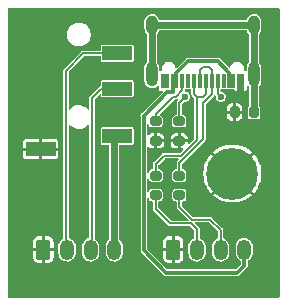
<source format=gtl>
G04 #@! TF.GenerationSoftware,KiCad,Pcbnew,(6.0.5)*
G04 #@! TF.CreationDate,2022-07-09T20:46:05-07:00*
G04 #@! TF.ProjectId,interface,696e7465-7266-4616-9365-2e6b69636164,1*
G04 #@! TF.SameCoordinates,Original*
G04 #@! TF.FileFunction,Copper,L1,Top*
G04 #@! TF.FilePolarity,Positive*
%FSLAX46Y46*%
G04 Gerber Fmt 4.6, Leading zero omitted, Abs format (unit mm)*
G04 Created by KiCad (PCBNEW (6.0.5)) date 2022-07-09 20:46:05*
%MOMM*%
%LPD*%
G01*
G04 APERTURE LIST*
G04 Aperture macros list*
%AMRoundRect*
0 Rectangle with rounded corners*
0 $1 Rounding radius*
0 $2 $3 $4 $5 $6 $7 $8 $9 X,Y pos of 4 corners*
0 Add a 4 corners polygon primitive as box body*
4,1,4,$2,$3,$4,$5,$6,$7,$8,$9,$2,$3,0*
0 Add four circle primitives for the rounded corners*
1,1,$1+$1,$2,$3*
1,1,$1+$1,$4,$5*
1,1,$1+$1,$6,$7*
1,1,$1+$1,$8,$9*
0 Add four rect primitives between the rounded corners*
20,1,$1+$1,$2,$3,$4,$5,0*
20,1,$1+$1,$4,$5,$6,$7,0*
20,1,$1+$1,$6,$7,$8,$9,0*
20,1,$1+$1,$8,$9,$2,$3,0*%
G04 Aperture macros list end*
G04 #@! TA.AperFunction,SMDPad,CuDef*
%ADD10R,0.300000X1.150000*%
G04 #@! TD*
G04 #@! TA.AperFunction,ComponentPad*
%ADD11O,1.000000X1.600000*%
G04 #@! TD*
G04 #@! TA.AperFunction,ComponentPad*
%ADD12O,1.000000X2.100000*%
G04 #@! TD*
G04 #@! TA.AperFunction,SMDPad,CuDef*
%ADD13RoundRect,0.200000X-0.275000X0.200000X-0.275000X-0.200000X0.275000X-0.200000X0.275000X0.200000X0*%
G04 #@! TD*
G04 #@! TA.AperFunction,SMDPad,CuDef*
%ADD14R,2.500000X1.200000*%
G04 #@! TD*
G04 #@! TA.AperFunction,SMDPad,CuDef*
%ADD15RoundRect,0.200000X0.275000X-0.200000X0.275000X0.200000X-0.275000X0.200000X-0.275000X-0.200000X0*%
G04 #@! TD*
G04 #@! TA.AperFunction,ComponentPad*
%ADD16RoundRect,0.250000X-0.350000X-0.625000X0.350000X-0.625000X0.350000X0.625000X-0.350000X0.625000X0*%
G04 #@! TD*
G04 #@! TA.AperFunction,ComponentPad*
%ADD17O,1.200000X1.750000*%
G04 #@! TD*
G04 #@! TA.AperFunction,SMDPad,CuDef*
%ADD18RoundRect,0.200000X0.200000X0.275000X-0.200000X0.275000X-0.200000X-0.275000X0.200000X-0.275000X0*%
G04 #@! TD*
G04 #@! TA.AperFunction,ComponentPad*
%ADD19C,0.700000*%
G04 #@! TD*
G04 #@! TA.AperFunction,ComponentPad*
%ADD20C,4.400000*%
G04 #@! TD*
G04 #@! TA.AperFunction,ViaPad*
%ADD21C,0.600000*%
G04 #@! TD*
G04 #@! TA.AperFunction,Conductor*
%ADD22C,0.304800*%
G04 #@! TD*
G04 #@! TA.AperFunction,Conductor*
%ADD23C,0.200000*%
G04 #@! TD*
G04 #@! TA.AperFunction,Conductor*
%ADD24C,0.600000*%
G04 #@! TD*
G04 APERTURE END LIST*
D10*
X69850000Y-56170000D03*
X69050000Y-56170000D03*
X67750000Y-56170000D03*
X66750000Y-56170000D03*
X66250000Y-56170000D03*
X65250000Y-56170000D03*
X63950000Y-56170000D03*
X63150000Y-56170000D03*
X63450000Y-56170000D03*
X64250000Y-56170000D03*
X64750000Y-56170000D03*
X65750000Y-56170000D03*
X67250000Y-56170000D03*
X68250000Y-56170000D03*
X68750000Y-56170000D03*
X69550000Y-56170000D03*
D11*
X70820000Y-51425000D03*
D12*
X62180000Y-55605000D03*
X70820000Y-55605000D03*
D11*
X62180000Y-51425000D03*
D13*
X64500000Y-64175000D03*
X64500000Y-65825000D03*
D14*
X59250000Y-56825000D03*
X59250000Y-53825000D03*
X52750000Y-61925000D03*
X59250000Y-60825000D03*
D15*
X64500000Y-61225000D03*
X64500000Y-59575000D03*
X62500000Y-61225000D03*
X62500000Y-59575000D03*
D13*
X62500000Y-64175000D03*
X62500000Y-65825000D03*
D16*
X64000000Y-70450000D03*
D17*
X66000000Y-70450000D03*
X68000000Y-70450000D03*
X70000000Y-70450000D03*
D18*
X70825000Y-58800000D03*
X69175000Y-58800000D03*
D16*
X53000000Y-70450000D03*
D17*
X55000000Y-70450000D03*
X57000000Y-70450000D03*
X59000000Y-70450000D03*
D19*
X70650000Y-64000000D03*
X67350000Y-64000000D03*
X67833274Y-65166726D03*
X69000000Y-62350000D03*
X67833274Y-62833274D03*
X69000000Y-65650000D03*
D20*
X69000000Y-64000000D03*
D19*
X70166726Y-62833274D03*
X70166726Y-65166726D03*
D21*
X52600000Y-52200000D03*
X65300000Y-58500000D03*
X64400000Y-53100000D03*
X63200000Y-56500000D03*
X52600000Y-64100000D03*
X60300000Y-64100000D03*
X52600000Y-58900000D03*
X62700000Y-68800000D03*
X62300000Y-62400000D03*
X56000000Y-64100000D03*
X68300000Y-53100000D03*
X69600000Y-57500000D03*
X59200000Y-58900000D03*
X68000000Y-57500000D03*
X65000000Y-57500000D03*
D22*
X63478920Y-57121080D02*
X61500000Y-59100000D01*
X63400000Y-72400000D02*
X69400000Y-72400000D01*
X68750000Y-56170000D02*
X68750000Y-55493023D01*
X61500000Y-70500000D02*
X63400000Y-72400000D01*
X70000000Y-71800000D02*
X70000000Y-70450000D01*
X63950000Y-56170000D02*
X63950000Y-57121080D01*
X67756977Y-54500000D02*
X65243023Y-54500000D01*
X68750000Y-55493023D02*
X67756977Y-54500000D01*
X64250000Y-55493023D02*
X64250000Y-56170000D01*
X69400000Y-72400000D02*
X70000000Y-71800000D01*
X61500000Y-59100000D02*
X61500000Y-70500000D01*
X65243023Y-54500000D02*
X64250000Y-55493023D01*
X63950000Y-57121080D02*
X63478920Y-57121080D01*
D23*
X68000000Y-57500000D02*
X67750000Y-57250000D01*
X67750000Y-57250000D02*
X67750000Y-56170000D01*
X65000000Y-57500000D02*
X64500000Y-58000000D01*
X64500000Y-58000000D02*
X64500000Y-59575000D01*
X66750000Y-57250000D02*
X66750000Y-56170000D01*
X65750000Y-56170000D02*
X65750000Y-57250000D01*
X63200000Y-62500000D02*
X64638230Y-62500000D01*
X62500000Y-64175000D02*
X62500000Y-63200000D01*
X66000000Y-61138230D02*
X66000000Y-57500000D01*
X62500000Y-63200000D02*
X63200000Y-62500000D01*
X66500000Y-57500000D02*
X66750000Y-57250000D01*
X64638230Y-62500000D02*
X66000000Y-61138230D01*
X66000000Y-57500000D02*
X66500000Y-57500000D01*
X65750000Y-57250000D02*
X66000000Y-57500000D01*
X67250000Y-55250000D02*
X67000000Y-55000000D01*
X66500000Y-58000000D02*
X67250000Y-57250000D01*
X66500000Y-61100000D02*
X66500000Y-58000000D01*
X64500000Y-63100000D02*
X66500000Y-61100000D01*
X67250000Y-57250000D02*
X67250000Y-56170000D01*
X66250000Y-55250000D02*
X66250000Y-56170000D01*
X67000000Y-55000000D02*
X66500000Y-55000000D01*
X67250000Y-56170000D02*
X67250000Y-55250000D01*
X64500000Y-64175000D02*
X64500000Y-63100000D01*
X66500000Y-55000000D02*
X66250000Y-55250000D01*
X62500000Y-59000000D02*
X62500000Y-59575000D01*
X64750000Y-56945000D02*
X64195000Y-57500000D01*
X64000000Y-57500000D02*
X62500000Y-59000000D01*
X64195000Y-57500000D02*
X64000000Y-57500000D01*
X64750000Y-56170000D02*
X64750000Y-56945000D01*
D24*
X62180000Y-51425000D02*
X70820000Y-51425000D01*
X70820000Y-55605000D02*
X70820000Y-51425000D01*
X70825000Y-58800000D02*
X70825000Y-55610000D01*
X70825000Y-55610000D02*
X70820000Y-55605000D01*
X62180000Y-55605000D02*
X62180000Y-51425000D01*
D23*
X57000000Y-70450000D02*
X57099521Y-70350479D01*
X57875000Y-56825000D02*
X59250000Y-56825000D01*
X57099521Y-57600479D02*
X57875000Y-56825000D01*
X57099521Y-70350479D02*
X57099521Y-57600479D01*
X54900479Y-70350479D02*
X54900479Y-55299521D01*
X54900479Y-55299521D02*
X56375000Y-53825000D01*
X55000000Y-70450000D02*
X54900479Y-70350479D01*
X56375000Y-53825000D02*
X59250000Y-53825000D01*
D24*
X59000000Y-70450000D02*
X59000000Y-61075000D01*
X59000000Y-61075000D02*
X59250000Y-60825000D01*
D23*
X62500000Y-65825000D02*
X62500000Y-67000000D01*
X63726520Y-68226520D02*
X65500000Y-68226520D01*
X65500000Y-68226520D02*
X66000000Y-68726520D01*
X66000000Y-68726520D02*
X66000000Y-70450000D01*
X62500000Y-67000000D02*
X63726520Y-68226520D01*
X67100000Y-67900000D02*
X68000000Y-68800000D01*
X65600000Y-67900000D02*
X67100000Y-67900000D01*
X64500000Y-66800000D02*
X65600000Y-67900000D01*
X64500000Y-65825000D02*
X64500000Y-66800000D01*
X68000000Y-68800000D02*
X68000000Y-70450000D01*
G04 #@! TA.AperFunction,Conductor*
G36*
X72980694Y-50019306D02*
G01*
X72999000Y-50063500D01*
X72999000Y-74436500D01*
X72980694Y-74480694D01*
X72936500Y-74499000D01*
X50063500Y-74499000D01*
X50019306Y-74480694D01*
X50001000Y-74436500D01*
X50001000Y-71121018D01*
X52146001Y-71121018D01*
X52146183Y-71124388D01*
X52152272Y-71180443D01*
X52154071Y-71188012D01*
X52201808Y-71315351D01*
X52206043Y-71323086D01*
X52287285Y-71431487D01*
X52293513Y-71437715D01*
X52401914Y-71518957D01*
X52409649Y-71523192D01*
X52536992Y-71570930D01*
X52544556Y-71572728D01*
X52600608Y-71578817D01*
X52603976Y-71579000D01*
X52860569Y-71579000D01*
X52869359Y-71575359D01*
X52873000Y-71566569D01*
X52873000Y-71566568D01*
X53127000Y-71566568D01*
X53130641Y-71575358D01*
X53139431Y-71578999D01*
X53396018Y-71578999D01*
X53399388Y-71578817D01*
X53455443Y-71572728D01*
X53463012Y-71570929D01*
X53590351Y-71523192D01*
X53598086Y-71518957D01*
X53706487Y-71437715D01*
X53712715Y-71431487D01*
X53793957Y-71323086D01*
X53798192Y-71315351D01*
X53845930Y-71188008D01*
X53847728Y-71180444D01*
X53853817Y-71124392D01*
X53854000Y-71121024D01*
X53854000Y-70767483D01*
X54272500Y-70767483D01*
X54287192Y-70893501D01*
X54345074Y-71052962D01*
X54347065Y-71055998D01*
X54347065Y-71055999D01*
X54433617Y-71188012D01*
X54438088Y-71194832D01*
X54561243Y-71311498D01*
X54707935Y-71396703D01*
X54870294Y-71445877D01*
X55039610Y-71456381D01*
X55206802Y-71427652D01*
X55362900Y-71361232D01*
X55499532Y-71260682D01*
X55609367Y-71131397D01*
X55686515Y-70980313D01*
X55726837Y-70815532D01*
X55727500Y-70804844D01*
X55727500Y-70132517D01*
X55712808Y-70006499D01*
X55654926Y-69847038D01*
X55608097Y-69775612D01*
X55563902Y-69708203D01*
X55563901Y-69708202D01*
X55561912Y-69705168D01*
X55438757Y-69588502D01*
X55292065Y-69503297D01*
X55227500Y-69483742D01*
X55172362Y-69467042D01*
X55135372Y-69436711D01*
X55127979Y-69407225D01*
X55127979Y-59916083D01*
X55146285Y-59871889D01*
X55190479Y-59853583D01*
X55235890Y-59873140D01*
X55342881Y-59986280D01*
X55345475Y-59988096D01*
X55345478Y-59988099D01*
X55502575Y-60098099D01*
X55509379Y-60102863D01*
X55695919Y-60183586D01*
X55699013Y-60184232D01*
X55699015Y-60184233D01*
X55803893Y-60206143D01*
X55894880Y-60225151D01*
X55901539Y-60225500D01*
X56050800Y-60225500D01*
X56052374Y-60225340D01*
X56052376Y-60225340D01*
X56074767Y-60223066D01*
X56202216Y-60210120D01*
X56205229Y-60209176D01*
X56205233Y-60209175D01*
X56393151Y-60150285D01*
X56393153Y-60150284D01*
X56396172Y-60149338D01*
X56573944Y-60050797D01*
X56728271Y-59918523D01*
X56760136Y-59877443D01*
X56801688Y-59853743D01*
X56847828Y-59866365D01*
X56871528Y-59907917D01*
X56872021Y-59915750D01*
X56872021Y-69406128D01*
X56853715Y-69450322D01*
X56820105Y-69467725D01*
X56793198Y-69472348D01*
X56637100Y-69538768D01*
X56500468Y-69639318D01*
X56390633Y-69768603D01*
X56313485Y-69919687D01*
X56273163Y-70084468D01*
X56272500Y-70095156D01*
X56272500Y-70767483D01*
X56287192Y-70893501D01*
X56345074Y-71052962D01*
X56347065Y-71055998D01*
X56347065Y-71055999D01*
X56433617Y-71188012D01*
X56438088Y-71194832D01*
X56561243Y-71311498D01*
X56707935Y-71396703D01*
X56870294Y-71445877D01*
X57039610Y-71456381D01*
X57206802Y-71427652D01*
X57362900Y-71361232D01*
X57499532Y-71260682D01*
X57609367Y-71131397D01*
X57686515Y-70980313D01*
X57726837Y-70815532D01*
X57727500Y-70804844D01*
X57727500Y-70132517D01*
X57712808Y-70006499D01*
X57654926Y-69847038D01*
X57608097Y-69775612D01*
X57563902Y-69708203D01*
X57563901Y-69708202D01*
X57561912Y-69705168D01*
X57438757Y-69588502D01*
X57358129Y-69541670D01*
X57329108Y-69503643D01*
X57327021Y-69487625D01*
X57327021Y-61437558D01*
X57872500Y-61437558D01*
X57879898Y-61474748D01*
X57908078Y-61516922D01*
X57950252Y-61545102D01*
X57956285Y-61546302D01*
X57956287Y-61546303D01*
X57982384Y-61551494D01*
X57987442Y-61552500D01*
X58510000Y-61552500D01*
X58554194Y-61570806D01*
X58572500Y-61615000D01*
X58572500Y-69554703D01*
X58554194Y-69598897D01*
X58547046Y-69605040D01*
X58500468Y-69639318D01*
X58390633Y-69768603D01*
X58313485Y-69919687D01*
X58273163Y-70084468D01*
X58272500Y-70095156D01*
X58272500Y-70767483D01*
X58287192Y-70893501D01*
X58345074Y-71052962D01*
X58347065Y-71055998D01*
X58347065Y-71055999D01*
X58433617Y-71188012D01*
X58438088Y-71194832D01*
X58561243Y-71311498D01*
X58707935Y-71396703D01*
X58870294Y-71445877D01*
X59039610Y-71456381D01*
X59206802Y-71427652D01*
X59362900Y-71361232D01*
X59499532Y-71260682D01*
X59609367Y-71131397D01*
X59686515Y-70980313D01*
X59726837Y-70815532D01*
X59727500Y-70804844D01*
X59727500Y-70132517D01*
X59712808Y-70006499D01*
X59654926Y-69847038D01*
X59608097Y-69775612D01*
X59563902Y-69708203D01*
X59563901Y-69708202D01*
X59561912Y-69705168D01*
X59559281Y-69702676D01*
X59559278Y-69702672D01*
X59447017Y-69596327D01*
X59427500Y-69550954D01*
X59427500Y-61615000D01*
X59445806Y-61570806D01*
X59490000Y-61552500D01*
X60512558Y-61552500D01*
X60517616Y-61551494D01*
X60543713Y-61546303D01*
X60543715Y-61546302D01*
X60549748Y-61545102D01*
X60591922Y-61516922D01*
X60620102Y-61474748D01*
X60627500Y-61437558D01*
X60627500Y-60212442D01*
X60621760Y-60183586D01*
X60621303Y-60181287D01*
X60621302Y-60181285D01*
X60620102Y-60175252D01*
X60591922Y-60133078D01*
X60549748Y-60104898D01*
X60543715Y-60103698D01*
X60543713Y-60103697D01*
X60515569Y-60098099D01*
X60512558Y-60097500D01*
X57987442Y-60097500D01*
X57984431Y-60098099D01*
X57956287Y-60103697D01*
X57956285Y-60103698D01*
X57950252Y-60104898D01*
X57908078Y-60133078D01*
X57879898Y-60175252D01*
X57878698Y-60181285D01*
X57878697Y-60181287D01*
X57878240Y-60183586D01*
X57872500Y-60212442D01*
X57872500Y-61437558D01*
X57327021Y-61437558D01*
X57327021Y-59086090D01*
X61215592Y-59086090D01*
X61216370Y-59091806D01*
X61219529Y-59115018D01*
X61220100Y-59123446D01*
X61220100Y-70448896D01*
X61219700Y-70454342D01*
X61218306Y-70458403D01*
X61218523Y-70464171D01*
X61220056Y-70505015D01*
X61220100Y-70507360D01*
X61220100Y-70526031D01*
X61220628Y-70528864D01*
X61220892Y-70531729D01*
X61220773Y-70531740D01*
X61221205Y-70535628D01*
X61222218Y-70562601D01*
X61224494Y-70567899D01*
X61224495Y-70567903D01*
X61227757Y-70575495D01*
X61231775Y-70588719D01*
X61234343Y-70602508D01*
X61237373Y-70607423D01*
X61248506Y-70625484D01*
X61252722Y-70633600D01*
X61263379Y-70658404D01*
X61267119Y-70662957D01*
X61273638Y-70669476D01*
X61282648Y-70680874D01*
X61289057Y-70691271D01*
X61293651Y-70694764D01*
X61312302Y-70708947D01*
X61318665Y-70714503D01*
X63165945Y-72561783D01*
X63169514Y-72565917D01*
X63171399Y-72569774D01*
X63175629Y-72573698D01*
X63205600Y-72601500D01*
X63207289Y-72603127D01*
X63220488Y-72616326D01*
X63222868Y-72617959D01*
X63225075Y-72619793D01*
X63224998Y-72619886D01*
X63228049Y-72622324D01*
X63247844Y-72640687D01*
X63253203Y-72642825D01*
X63253206Y-72642827D01*
X63260874Y-72645886D01*
X63273064Y-72652394D01*
X63284636Y-72660332D01*
X63302847Y-72664653D01*
X63310894Y-72666563D01*
X63319624Y-72669324D01*
X63340590Y-72677689D01*
X63340594Y-72677690D01*
X63344692Y-72679325D01*
X63350556Y-72679900D01*
X63359780Y-72679900D01*
X63374211Y-72681589D01*
X63380477Y-72683076D01*
X63386090Y-72684408D01*
X63415021Y-72680471D01*
X63423448Y-72679900D01*
X69348896Y-72679900D01*
X69354342Y-72680300D01*
X69358403Y-72681694D01*
X69405015Y-72679944D01*
X69407360Y-72679900D01*
X69426031Y-72679900D01*
X69428864Y-72679372D01*
X69431729Y-72679108D01*
X69431740Y-72679227D01*
X69435628Y-72678795D01*
X69442692Y-72678530D01*
X69462601Y-72677782D01*
X69467899Y-72675506D01*
X69467903Y-72675505D01*
X69475495Y-72672243D01*
X69488719Y-72668225D01*
X69502508Y-72665657D01*
X69525487Y-72651492D01*
X69533600Y-72647278D01*
X69558404Y-72636621D01*
X69562957Y-72632881D01*
X69569476Y-72626362D01*
X69580874Y-72617352D01*
X69585849Y-72614285D01*
X69591271Y-72610943D01*
X69608947Y-72587698D01*
X69614503Y-72581335D01*
X69634055Y-72561783D01*
X70161793Y-72034046D01*
X70165916Y-72030487D01*
X70169774Y-72028601D01*
X70201487Y-71994414D01*
X70203114Y-71992725D01*
X70216326Y-71979513D01*
X70217953Y-71977140D01*
X70219795Y-71974924D01*
X70219886Y-71975000D01*
X70222332Y-71971943D01*
X70236762Y-71956387D01*
X70240687Y-71952156D01*
X70245885Y-71939127D01*
X70252394Y-71926935D01*
X70260332Y-71915364D01*
X70266563Y-71889106D01*
X70269324Y-71880376D01*
X70277689Y-71859410D01*
X70277690Y-71859406D01*
X70279325Y-71855308D01*
X70279900Y-71849444D01*
X70279900Y-71840220D01*
X70281589Y-71825789D01*
X70283076Y-71819523D01*
X70284408Y-71813910D01*
X70280471Y-71784981D01*
X70279900Y-71776554D01*
X70279900Y-71437877D01*
X70298206Y-71393683D01*
X70317930Y-71380367D01*
X70359552Y-71362657D01*
X70359555Y-71362655D01*
X70362900Y-71361232D01*
X70499532Y-71260682D01*
X70609367Y-71131397D01*
X70686515Y-70980313D01*
X70726837Y-70815532D01*
X70727500Y-70804844D01*
X70727500Y-70132517D01*
X70712808Y-70006499D01*
X70654926Y-69847038D01*
X70608097Y-69775612D01*
X70563902Y-69708203D01*
X70563901Y-69708202D01*
X70561912Y-69705168D01*
X70438757Y-69588502D01*
X70292065Y-69503297D01*
X70156655Y-69462285D01*
X70133183Y-69455176D01*
X70133182Y-69455176D01*
X70129706Y-69454123D01*
X69960390Y-69443619D01*
X69793198Y-69472348D01*
X69637100Y-69538768D01*
X69500468Y-69639318D01*
X69390633Y-69768603D01*
X69313485Y-69919687D01*
X69273163Y-70084468D01*
X69272500Y-70095156D01*
X69272500Y-70767483D01*
X69287192Y-70893501D01*
X69345074Y-71052962D01*
X69347065Y-71055998D01*
X69347065Y-71055999D01*
X69433617Y-71188012D01*
X69438088Y-71194832D01*
X69561243Y-71311498D01*
X69688992Y-71385700D01*
X69718013Y-71423727D01*
X69720100Y-71439745D01*
X69720100Y-71658174D01*
X69701794Y-71702368D01*
X69302368Y-72101794D01*
X69258174Y-72120100D01*
X63541827Y-72120100D01*
X63497633Y-72101794D01*
X62516856Y-71121018D01*
X63146001Y-71121018D01*
X63146183Y-71124388D01*
X63152272Y-71180443D01*
X63154071Y-71188012D01*
X63201808Y-71315351D01*
X63206043Y-71323086D01*
X63287285Y-71431487D01*
X63293513Y-71437715D01*
X63401914Y-71518957D01*
X63409649Y-71523192D01*
X63536992Y-71570930D01*
X63544556Y-71572728D01*
X63600608Y-71578817D01*
X63603976Y-71579000D01*
X63860569Y-71579000D01*
X63869359Y-71575359D01*
X63873000Y-71566569D01*
X63873000Y-71566568D01*
X64127000Y-71566568D01*
X64130641Y-71575358D01*
X64139431Y-71578999D01*
X64396018Y-71578999D01*
X64399388Y-71578817D01*
X64455443Y-71572728D01*
X64463012Y-71570929D01*
X64590351Y-71523192D01*
X64598086Y-71518957D01*
X64706487Y-71437715D01*
X64712715Y-71431487D01*
X64793957Y-71323086D01*
X64798192Y-71315351D01*
X64845930Y-71188008D01*
X64847728Y-71180444D01*
X64853817Y-71124392D01*
X64854000Y-71121024D01*
X64854000Y-70589431D01*
X64850359Y-70580641D01*
X64841569Y-70577000D01*
X64139431Y-70577000D01*
X64130641Y-70580641D01*
X64127000Y-70589431D01*
X64127000Y-71566568D01*
X63873000Y-71566568D01*
X63873000Y-70589431D01*
X63869359Y-70580641D01*
X63860569Y-70577000D01*
X63158432Y-70577000D01*
X63149642Y-70580641D01*
X63146001Y-70589431D01*
X63146001Y-71121018D01*
X62516856Y-71121018D01*
X61798206Y-70402368D01*
X61779900Y-70358174D01*
X61779900Y-70310569D01*
X63146000Y-70310569D01*
X63149641Y-70319359D01*
X63158431Y-70323000D01*
X63860569Y-70323000D01*
X63869359Y-70319359D01*
X63873000Y-70310569D01*
X64127000Y-70310569D01*
X64130641Y-70319359D01*
X64139431Y-70323000D01*
X64841568Y-70323000D01*
X64850358Y-70319359D01*
X64853999Y-70310569D01*
X64853999Y-69778982D01*
X64853817Y-69775612D01*
X64847728Y-69719557D01*
X64845929Y-69711988D01*
X64798192Y-69584649D01*
X64793957Y-69576914D01*
X64712715Y-69468513D01*
X64706487Y-69462285D01*
X64598086Y-69381043D01*
X64590351Y-69376808D01*
X64463008Y-69329070D01*
X64455444Y-69327272D01*
X64399392Y-69321183D01*
X64396024Y-69321000D01*
X64139431Y-69321000D01*
X64130641Y-69324641D01*
X64127000Y-69333431D01*
X64127000Y-70310569D01*
X63873000Y-70310569D01*
X63873000Y-69333432D01*
X63869359Y-69324642D01*
X63860569Y-69321001D01*
X63603982Y-69321001D01*
X63600612Y-69321183D01*
X63544557Y-69327272D01*
X63536988Y-69329071D01*
X63409649Y-69376808D01*
X63401914Y-69381043D01*
X63293513Y-69462285D01*
X63287285Y-69468513D01*
X63206043Y-69576914D01*
X63201808Y-69584649D01*
X63154070Y-69711992D01*
X63152272Y-69719556D01*
X63146183Y-69775608D01*
X63146000Y-69778976D01*
X63146000Y-70310569D01*
X61779900Y-70310569D01*
X61779900Y-66121241D01*
X61798206Y-66077047D01*
X61842400Y-66058741D01*
X61886594Y-66077047D01*
X61902403Y-66103751D01*
X61903155Y-66106330D01*
X61903779Y-66111071D01*
X61905800Y-66115404D01*
X61905800Y-66115405D01*
X61950277Y-66210787D01*
X61950279Y-66210789D01*
X61952589Y-66215744D01*
X62034256Y-66297411D01*
X62039211Y-66299721D01*
X62039213Y-66299723D01*
X62088015Y-66322479D01*
X62138929Y-66346221D01*
X62152295Y-66347981D01*
X62184593Y-66352233D01*
X62184601Y-66352233D01*
X62186625Y-66352500D01*
X62210000Y-66352500D01*
X62254194Y-66370806D01*
X62272500Y-66415000D01*
X62272500Y-66992427D01*
X62272414Y-66995698D01*
X62270282Y-67036384D01*
X62279435Y-67060231D01*
X62282216Y-67069619D01*
X62287526Y-67094600D01*
X62291388Y-67099916D01*
X62291389Y-67099918D01*
X62293508Y-67102835D01*
X62301291Y-67117168D01*
X62304940Y-67126673D01*
X62322994Y-67144727D01*
X62329363Y-67152184D01*
X62344372Y-67172842D01*
X62350059Y-67176125D01*
X62350063Y-67176129D01*
X62353188Y-67177933D01*
X62366132Y-67187865D01*
X63560293Y-68382027D01*
X63562527Y-68384379D01*
X63589812Y-68414683D01*
X63595810Y-68417353D01*
X63595812Y-68417355D01*
X63613135Y-68425067D01*
X63621756Y-68429748D01*
X63637657Y-68440074D01*
X63643170Y-68443654D01*
X63653222Y-68445246D01*
X63668860Y-68449878D01*
X63678163Y-68454020D01*
X63703697Y-68454020D01*
X63713474Y-68454789D01*
X63732206Y-68457756D01*
X63732207Y-68457756D01*
X63738692Y-68458783D01*
X63748525Y-68456148D01*
X63764695Y-68454020D01*
X65379879Y-68454020D01*
X65424073Y-68472326D01*
X65754194Y-68802447D01*
X65772500Y-68846641D01*
X65772500Y-69439826D01*
X65754194Y-69484020D01*
X65734471Y-69497336D01*
X65679790Y-69520603D01*
X65637100Y-69538768D01*
X65500468Y-69639318D01*
X65390633Y-69768603D01*
X65313485Y-69919687D01*
X65273163Y-70084468D01*
X65272500Y-70095156D01*
X65272500Y-70767483D01*
X65287192Y-70893501D01*
X65345074Y-71052962D01*
X65347065Y-71055998D01*
X65347065Y-71055999D01*
X65433617Y-71188012D01*
X65438088Y-71194832D01*
X65561243Y-71311498D01*
X65707935Y-71396703D01*
X65870294Y-71445877D01*
X66039610Y-71456381D01*
X66206802Y-71427652D01*
X66362900Y-71361232D01*
X66499532Y-71260682D01*
X66609367Y-71131397D01*
X66686515Y-70980313D01*
X66726837Y-70815532D01*
X66727500Y-70804844D01*
X66727500Y-70132517D01*
X66712808Y-70006499D01*
X66654926Y-69847038D01*
X66608097Y-69775612D01*
X66563902Y-69708203D01*
X66563901Y-69708202D01*
X66561912Y-69705168D01*
X66438757Y-69588502D01*
X66292065Y-69503297D01*
X66288593Y-69502245D01*
X66288585Y-69502242D01*
X66271882Y-69497183D01*
X66234892Y-69466852D01*
X66227500Y-69437367D01*
X66227500Y-68734104D01*
X66227586Y-68730833D01*
X66229375Y-68696698D01*
X66229719Y-68690136D01*
X66227364Y-68684000D01*
X66220566Y-68666290D01*
X66217781Y-68656888D01*
X66213840Y-68638346D01*
X66213840Y-68638345D01*
X66212474Y-68631920D01*
X66206494Y-68623689D01*
X66198711Y-68609354D01*
X66197416Y-68605980D01*
X66197414Y-68605977D01*
X66195061Y-68599847D01*
X66177003Y-68581789D01*
X66170640Y-68574340D01*
X66155628Y-68553678D01*
X66146811Y-68548587D01*
X66133873Y-68538659D01*
X65829408Y-68234194D01*
X65811102Y-68190000D01*
X65829408Y-68145806D01*
X65873602Y-68127500D01*
X66979879Y-68127500D01*
X67024073Y-68145806D01*
X67754194Y-68875928D01*
X67772500Y-68920122D01*
X67772500Y-69439826D01*
X67754194Y-69484020D01*
X67734471Y-69497336D01*
X67679790Y-69520603D01*
X67637100Y-69538768D01*
X67500468Y-69639318D01*
X67390633Y-69768603D01*
X67313485Y-69919687D01*
X67273163Y-70084468D01*
X67272500Y-70095156D01*
X67272500Y-70767483D01*
X67287192Y-70893501D01*
X67345074Y-71052962D01*
X67347065Y-71055998D01*
X67347065Y-71055999D01*
X67433617Y-71188012D01*
X67438088Y-71194832D01*
X67561243Y-71311498D01*
X67707935Y-71396703D01*
X67870294Y-71445877D01*
X68039610Y-71456381D01*
X68206802Y-71427652D01*
X68362900Y-71361232D01*
X68499532Y-71260682D01*
X68609367Y-71131397D01*
X68686515Y-70980313D01*
X68726837Y-70815532D01*
X68727500Y-70804844D01*
X68727500Y-70132517D01*
X68712808Y-70006499D01*
X68654926Y-69847038D01*
X68608097Y-69775612D01*
X68563902Y-69708203D01*
X68563901Y-69708202D01*
X68561912Y-69705168D01*
X68438757Y-69588502D01*
X68292065Y-69503297D01*
X68288593Y-69502245D01*
X68288585Y-69502242D01*
X68271882Y-69497183D01*
X68234892Y-69466852D01*
X68227500Y-69437367D01*
X68227500Y-68807573D01*
X68227586Y-68804302D01*
X68229374Y-68770179D01*
X68229718Y-68763616D01*
X68220565Y-68739769D01*
X68217783Y-68730377D01*
X68213840Y-68711828D01*
X68212474Y-68705400D01*
X68208612Y-68700084D01*
X68208611Y-68700082D01*
X68206492Y-68697165D01*
X68198709Y-68682832D01*
X68197414Y-68679459D01*
X68195060Y-68673327D01*
X68177006Y-68655273D01*
X68170636Y-68647815D01*
X68159489Y-68632472D01*
X68159488Y-68632472D01*
X68155628Y-68627158D01*
X68149941Y-68623875D01*
X68149937Y-68623871D01*
X68146812Y-68622067D01*
X68133868Y-68612135D01*
X67266227Y-67744493D01*
X67263993Y-67742141D01*
X67236708Y-67711837D01*
X67230710Y-67709167D01*
X67230708Y-67709165D01*
X67213385Y-67701453D01*
X67204764Y-67696772D01*
X67188863Y-67686446D01*
X67188862Y-67686446D01*
X67183350Y-67682866D01*
X67173298Y-67681274D01*
X67157660Y-67676642D01*
X67148357Y-67672500D01*
X67122823Y-67672500D01*
X67113046Y-67671731D01*
X67094314Y-67668764D01*
X67094313Y-67668764D01*
X67087828Y-67667737D01*
X67077995Y-67670372D01*
X67061825Y-67672500D01*
X65720121Y-67672500D01*
X65675927Y-67654194D01*
X64745806Y-66724072D01*
X64727500Y-66679878D01*
X64727500Y-66414999D01*
X64745806Y-66370805D01*
X64790000Y-66352499D01*
X64813374Y-66352499D01*
X64815385Y-66352234D01*
X64815390Y-66352234D01*
X64856331Y-66346845D01*
X64856332Y-66346845D01*
X64861071Y-66346221D01*
X64879164Y-66337784D01*
X64960787Y-66299723D01*
X64960789Y-66299721D01*
X64965744Y-66297411D01*
X65047411Y-66215744D01*
X65049721Y-66210789D01*
X65049723Y-66210787D01*
X65072479Y-66161985D01*
X65096221Y-66111071D01*
X65100980Y-66074923D01*
X65102233Y-66065407D01*
X65102233Y-66065399D01*
X65102500Y-66063375D01*
X65102499Y-65822543D01*
X67361898Y-65822543D01*
X67365964Y-65831938D01*
X67431245Y-65893241D01*
X67434247Y-65895725D01*
X67680893Y-66074923D01*
X67684205Y-66077025D01*
X67951343Y-66223885D01*
X67954907Y-66225562D01*
X68238348Y-66337784D01*
X68242078Y-66338996D01*
X68537343Y-66414808D01*
X68541216Y-66415546D01*
X68843649Y-66453753D01*
X68847579Y-66454000D01*
X69152421Y-66454000D01*
X69156351Y-66453753D01*
X69458784Y-66415546D01*
X69462657Y-66414808D01*
X69757922Y-66338996D01*
X69761652Y-66337784D01*
X70045093Y-66225562D01*
X70048657Y-66223885D01*
X70315795Y-66077025D01*
X70319107Y-66074923D01*
X70565753Y-65895725D01*
X70568755Y-65893241D01*
X70634409Y-65831587D01*
X70638087Y-65823441D01*
X70634319Y-65813924D01*
X69008790Y-64188395D01*
X69000000Y-64184754D01*
X68991210Y-64188395D01*
X67365318Y-65814287D01*
X67361898Y-65822543D01*
X65102499Y-65822543D01*
X65102499Y-65586626D01*
X65102232Y-65584593D01*
X65096845Y-65543669D01*
X65096845Y-65543668D01*
X65096221Y-65538929D01*
X65053257Y-65446792D01*
X65049723Y-65439213D01*
X65049721Y-65439211D01*
X65047411Y-65434256D01*
X64965744Y-65352589D01*
X64960789Y-65350279D01*
X64960787Y-65350277D01*
X64911985Y-65327521D01*
X64861071Y-65303779D01*
X64847705Y-65302019D01*
X64815407Y-65297767D01*
X64815399Y-65297767D01*
X64813375Y-65297500D01*
X64811328Y-65297500D01*
X64499156Y-65297501D01*
X64186626Y-65297501D01*
X64184615Y-65297766D01*
X64184610Y-65297766D01*
X64143669Y-65303155D01*
X64143668Y-65303155D01*
X64138929Y-65303779D01*
X64134595Y-65305800D01*
X64039213Y-65350277D01*
X64039211Y-65350279D01*
X64034256Y-65352589D01*
X63952589Y-65434256D01*
X63950279Y-65439211D01*
X63950277Y-65439213D01*
X63946743Y-65446792D01*
X63903779Y-65538929D01*
X63903155Y-65543669D01*
X63903155Y-65543670D01*
X63897767Y-65584593D01*
X63897767Y-65584601D01*
X63897500Y-65586625D01*
X63897501Y-66063374D01*
X63897766Y-66065385D01*
X63897766Y-66065390D01*
X63903155Y-66106330D01*
X63903779Y-66111071D01*
X63905800Y-66115404D01*
X63905800Y-66115405D01*
X63950277Y-66210787D01*
X63950279Y-66210789D01*
X63952589Y-66215744D01*
X64034256Y-66297411D01*
X64039211Y-66299721D01*
X64039213Y-66299723D01*
X64088015Y-66322479D01*
X64138929Y-66346221D01*
X64152295Y-66347981D01*
X64184593Y-66352233D01*
X64184601Y-66352233D01*
X64186625Y-66352500D01*
X64210000Y-66352500D01*
X64254194Y-66370806D01*
X64272500Y-66415000D01*
X64272500Y-66792427D01*
X64272414Y-66795698D01*
X64270282Y-66836384D01*
X64279435Y-66860231D01*
X64282216Y-66869619D01*
X64287526Y-66894600D01*
X64291388Y-66899916D01*
X64291389Y-66899918D01*
X64293508Y-66902835D01*
X64301291Y-66917168D01*
X64304940Y-66926673D01*
X64322994Y-66944727D01*
X64329363Y-66952184D01*
X64344372Y-66972842D01*
X64350059Y-66976125D01*
X64350063Y-66976129D01*
X64353188Y-66977933D01*
X64366132Y-66987865D01*
X65270592Y-67892326D01*
X65288898Y-67936520D01*
X65270592Y-67980714D01*
X65226398Y-67999020D01*
X63846641Y-67999020D01*
X63802447Y-67980714D01*
X62745806Y-66924072D01*
X62727500Y-66879878D01*
X62727500Y-66414999D01*
X62745806Y-66370805D01*
X62790000Y-66352499D01*
X62813374Y-66352499D01*
X62815385Y-66352234D01*
X62815390Y-66352234D01*
X62856331Y-66346845D01*
X62856332Y-66346845D01*
X62861071Y-66346221D01*
X62879164Y-66337784D01*
X62960787Y-66299723D01*
X62960789Y-66299721D01*
X62965744Y-66297411D01*
X63047411Y-66215744D01*
X63049721Y-66210789D01*
X63049723Y-66210787D01*
X63072479Y-66161985D01*
X63096221Y-66111071D01*
X63100980Y-66074923D01*
X63102233Y-66065407D01*
X63102233Y-66065399D01*
X63102500Y-66063375D01*
X63102499Y-65586626D01*
X63102232Y-65584593D01*
X63096845Y-65543669D01*
X63096845Y-65543668D01*
X63096221Y-65538929D01*
X63053257Y-65446792D01*
X63049723Y-65439213D01*
X63049721Y-65439211D01*
X63047411Y-65434256D01*
X62965744Y-65352589D01*
X62960789Y-65350279D01*
X62960787Y-65350277D01*
X62911985Y-65327521D01*
X62861071Y-65303779D01*
X62847705Y-65302019D01*
X62815407Y-65297767D01*
X62815399Y-65297767D01*
X62813375Y-65297500D01*
X62811328Y-65297500D01*
X62499156Y-65297501D01*
X62186626Y-65297501D01*
X62184615Y-65297766D01*
X62184610Y-65297766D01*
X62143669Y-65303155D01*
X62143668Y-65303155D01*
X62138929Y-65303779D01*
X62134595Y-65305800D01*
X62039213Y-65350277D01*
X62039211Y-65350279D01*
X62034256Y-65352589D01*
X61952589Y-65434256D01*
X61950279Y-65439211D01*
X61950277Y-65439213D01*
X61946743Y-65446792D01*
X61903779Y-65538929D01*
X61903155Y-65543669D01*
X61902403Y-65546249D01*
X61872462Y-65583555D01*
X61824911Y-65588763D01*
X61787605Y-65558822D01*
X61779900Y-65528760D01*
X61779900Y-64471241D01*
X61798206Y-64427047D01*
X61842400Y-64408741D01*
X61886594Y-64427047D01*
X61902403Y-64453751D01*
X61903155Y-64456330D01*
X61903779Y-64461071D01*
X61905800Y-64465404D01*
X61905800Y-64465405D01*
X61950277Y-64560787D01*
X61950279Y-64560789D01*
X61952589Y-64565744D01*
X62034256Y-64647411D01*
X62039211Y-64649721D01*
X62039213Y-64649723D01*
X62088015Y-64672479D01*
X62138929Y-64696221D01*
X62152295Y-64697981D01*
X62184593Y-64702233D01*
X62184601Y-64702233D01*
X62186625Y-64702500D01*
X62188672Y-64702500D01*
X62500844Y-64702499D01*
X62813374Y-64702499D01*
X62815385Y-64702234D01*
X62815390Y-64702234D01*
X62856331Y-64696845D01*
X62856332Y-64696845D01*
X62861071Y-64696221D01*
X62868198Y-64692898D01*
X62960787Y-64649723D01*
X62960789Y-64649721D01*
X62965744Y-64647411D01*
X63047411Y-64565744D01*
X63049721Y-64560789D01*
X63049723Y-64560787D01*
X63072479Y-64511985D01*
X63096221Y-64461071D01*
X63100700Y-64427047D01*
X63102233Y-64415407D01*
X63102233Y-64415399D01*
X63102500Y-64413375D01*
X63102499Y-63936626D01*
X63102232Y-63934593D01*
X63096845Y-63893669D01*
X63096845Y-63893668D01*
X63096221Y-63888929D01*
X63060164Y-63811605D01*
X63049723Y-63789213D01*
X63049721Y-63789211D01*
X63047411Y-63784256D01*
X62965744Y-63702589D01*
X62960789Y-63700279D01*
X62960787Y-63700277D01*
X62911985Y-63677521D01*
X62861071Y-63653779D01*
X62847705Y-63652019D01*
X62815407Y-63647767D01*
X62815399Y-63647767D01*
X62813375Y-63647500D01*
X62790000Y-63647500D01*
X62745806Y-63629194D01*
X62727500Y-63585000D01*
X62727500Y-63320121D01*
X62745806Y-63275927D01*
X63275928Y-62745806D01*
X63320122Y-62727500D01*
X64399878Y-62727500D01*
X64444072Y-62745806D01*
X64462378Y-62790000D01*
X64444072Y-62834194D01*
X64344493Y-62933773D01*
X64342141Y-62936007D01*
X64311837Y-62963292D01*
X64309167Y-62969290D01*
X64309165Y-62969292D01*
X64301453Y-62986615D01*
X64296772Y-62995236D01*
X64286446Y-63011137D01*
X64282866Y-63016650D01*
X64281274Y-63026702D01*
X64276642Y-63042340D01*
X64272500Y-63051643D01*
X64272500Y-63077177D01*
X64271731Y-63086954D01*
X64271073Y-63091112D01*
X64267737Y-63112172D01*
X64270372Y-63122005D01*
X64272500Y-63138175D01*
X64272500Y-63585001D01*
X64254194Y-63629195D01*
X64210000Y-63647501D01*
X64186626Y-63647501D01*
X64184615Y-63647766D01*
X64184610Y-63647766D01*
X64143669Y-63653155D01*
X64143668Y-63653155D01*
X64138929Y-63653779D01*
X64134595Y-63655800D01*
X64039213Y-63700277D01*
X64039211Y-63700279D01*
X64034256Y-63702589D01*
X63952589Y-63784256D01*
X63950279Y-63789211D01*
X63950277Y-63789213D01*
X63939836Y-63811605D01*
X63903779Y-63888929D01*
X63903155Y-63893669D01*
X63903155Y-63893670D01*
X63897767Y-63934593D01*
X63897767Y-63934601D01*
X63897500Y-63936625D01*
X63897501Y-64413374D01*
X63897766Y-64415385D01*
X63897766Y-64415390D01*
X63903155Y-64456330D01*
X63903779Y-64461071D01*
X63905800Y-64465404D01*
X63905800Y-64465405D01*
X63950277Y-64560787D01*
X63950279Y-64560789D01*
X63952589Y-64565744D01*
X64034256Y-64647411D01*
X64039211Y-64649721D01*
X64039213Y-64649723D01*
X64088015Y-64672479D01*
X64138929Y-64696221D01*
X64152295Y-64697981D01*
X64184593Y-64702233D01*
X64184601Y-64702233D01*
X64186625Y-64702500D01*
X64188672Y-64702500D01*
X64500844Y-64702499D01*
X64813374Y-64702499D01*
X64815385Y-64702234D01*
X64815390Y-64702234D01*
X64856331Y-64696845D01*
X64856332Y-64696845D01*
X64861071Y-64696221D01*
X64868198Y-64692898D01*
X64960787Y-64649723D01*
X64960789Y-64649721D01*
X64965744Y-64647411D01*
X65047411Y-64565744D01*
X65049721Y-64560789D01*
X65049723Y-64560787D01*
X65072479Y-64511985D01*
X65096221Y-64461071D01*
X65100700Y-64427047D01*
X65102233Y-64415407D01*
X65102233Y-64415399D01*
X65102500Y-64413375D01*
X65102499Y-64001955D01*
X66541271Y-64001955D01*
X66560414Y-64306218D01*
X66560905Y-64310105D01*
X66618028Y-64609559D01*
X66619005Y-64613363D01*
X66713212Y-64903303D01*
X66714650Y-64906934D01*
X66844457Y-65182788D01*
X66846341Y-65186215D01*
X67009695Y-65443619D01*
X67012000Y-65446792D01*
X67167787Y-65635105D01*
X67176195Y-65639557D01*
X67182900Y-65637495D01*
X68811605Y-64008790D01*
X68815246Y-64000000D01*
X69184754Y-64000000D01*
X69188395Y-64008790D01*
X70815499Y-65635894D01*
X70824289Y-65639535D01*
X70830770Y-65636850D01*
X70988000Y-65446792D01*
X70990305Y-65443619D01*
X71153659Y-65186215D01*
X71155543Y-65182788D01*
X71285350Y-64906934D01*
X71286788Y-64903303D01*
X71380995Y-64613363D01*
X71381972Y-64609559D01*
X71439095Y-64310105D01*
X71439586Y-64306218D01*
X71458729Y-64001955D01*
X71458729Y-63998045D01*
X71439586Y-63693782D01*
X71439095Y-63689895D01*
X71381972Y-63390441D01*
X71380995Y-63386637D01*
X71286788Y-63096697D01*
X71285350Y-63093066D01*
X71155543Y-62817212D01*
X71153659Y-62813785D01*
X70990305Y-62556381D01*
X70988000Y-62553208D01*
X70832213Y-62364895D01*
X70823805Y-62360443D01*
X70817100Y-62362505D01*
X69188395Y-63991210D01*
X69184754Y-64000000D01*
X68815246Y-64000000D01*
X68811605Y-63991210D01*
X67184501Y-62364106D01*
X67175711Y-62360465D01*
X67169230Y-62363150D01*
X67012000Y-62553208D01*
X67009695Y-62556381D01*
X66846341Y-62813785D01*
X66844457Y-62817212D01*
X66714650Y-63093066D01*
X66713212Y-63096697D01*
X66619005Y-63386637D01*
X66618028Y-63390441D01*
X66560905Y-63689895D01*
X66560414Y-63693782D01*
X66541271Y-63998045D01*
X66541271Y-64001955D01*
X65102499Y-64001955D01*
X65102499Y-63936626D01*
X65102232Y-63934593D01*
X65096845Y-63893669D01*
X65096845Y-63893668D01*
X65096221Y-63888929D01*
X65060164Y-63811605D01*
X65049723Y-63789213D01*
X65049721Y-63789211D01*
X65047411Y-63784256D01*
X64965744Y-63702589D01*
X64960789Y-63700279D01*
X64960787Y-63700277D01*
X64911985Y-63677521D01*
X64861071Y-63653779D01*
X64847705Y-63652019D01*
X64815407Y-63647767D01*
X64815399Y-63647767D01*
X64813375Y-63647500D01*
X64790000Y-63647500D01*
X64745806Y-63629194D01*
X64727500Y-63585000D01*
X64727500Y-63220121D01*
X64745806Y-63175927D01*
X65745175Y-62176559D01*
X67361913Y-62176559D01*
X67365681Y-62186076D01*
X68991210Y-63811605D01*
X69000000Y-63815246D01*
X69008790Y-63811605D01*
X70634682Y-62185713D01*
X70638102Y-62177457D01*
X70634036Y-62168062D01*
X70568755Y-62106759D01*
X70565753Y-62104275D01*
X70319107Y-61925077D01*
X70315795Y-61922975D01*
X70048657Y-61776115D01*
X70045093Y-61774438D01*
X69761652Y-61662216D01*
X69757922Y-61661004D01*
X69462657Y-61585192D01*
X69458784Y-61584454D01*
X69156351Y-61546247D01*
X69152421Y-61546000D01*
X68847579Y-61546000D01*
X68843649Y-61546247D01*
X68541216Y-61584454D01*
X68537343Y-61585192D01*
X68242078Y-61661004D01*
X68238348Y-61662216D01*
X67954907Y-61774438D01*
X67951343Y-61776115D01*
X67684205Y-61922975D01*
X67680893Y-61925077D01*
X67434247Y-62104275D01*
X67431245Y-62106759D01*
X67365591Y-62168413D01*
X67361913Y-62176559D01*
X65745175Y-62176559D01*
X66655507Y-61266227D01*
X66657859Y-61263993D01*
X66688163Y-61236708D01*
X66690833Y-61230710D01*
X66690835Y-61230708D01*
X66698547Y-61213385D01*
X66703228Y-61204764D01*
X66713554Y-61188863D01*
X66713554Y-61188862D01*
X66717134Y-61183350D01*
X66718726Y-61173298D01*
X66723358Y-61157660D01*
X66727500Y-61148357D01*
X66727500Y-61122823D01*
X66728269Y-61113046D01*
X66731236Y-61094314D01*
X66731236Y-61094313D01*
X66732263Y-61087828D01*
X66729628Y-61077995D01*
X66727500Y-61061825D01*
X66727500Y-59127772D01*
X68521001Y-59127772D01*
X68521140Y-59130720D01*
X68523645Y-59157238D01*
X68525266Y-59164626D01*
X68567693Y-59285440D01*
X68572009Y-59293591D01*
X68647575Y-59395900D01*
X68654100Y-59402425D01*
X68756409Y-59477991D01*
X68764560Y-59482307D01*
X68885379Y-59524736D01*
X68892756Y-59526354D01*
X68919283Y-59528861D01*
X68922225Y-59529000D01*
X69035569Y-59529000D01*
X69044359Y-59525359D01*
X69048000Y-59516569D01*
X69048000Y-59516568D01*
X69302000Y-59516568D01*
X69305641Y-59525358D01*
X69314431Y-59528999D01*
X69427772Y-59528999D01*
X69430720Y-59528860D01*
X69457238Y-59526355D01*
X69464626Y-59524734D01*
X69585440Y-59482307D01*
X69593591Y-59477991D01*
X69695900Y-59402425D01*
X69702425Y-59395900D01*
X69777991Y-59293591D01*
X69782307Y-59285440D01*
X69824736Y-59164621D01*
X69826354Y-59157244D01*
X69828861Y-59130717D01*
X69829000Y-59127775D01*
X69829000Y-58939431D01*
X69825359Y-58930641D01*
X69816569Y-58927000D01*
X69314431Y-58927000D01*
X69305641Y-58930641D01*
X69302000Y-58939431D01*
X69302000Y-59516568D01*
X69048000Y-59516568D01*
X69048000Y-58939431D01*
X69044359Y-58930641D01*
X69035569Y-58927000D01*
X68533432Y-58927000D01*
X68524642Y-58930641D01*
X68521001Y-58939431D01*
X68521001Y-59127772D01*
X66727500Y-59127772D01*
X66727500Y-58660569D01*
X68521000Y-58660569D01*
X68524641Y-58669359D01*
X68533431Y-58673000D01*
X69035569Y-58673000D01*
X69044359Y-58669359D01*
X69048000Y-58660569D01*
X69302000Y-58660569D01*
X69305641Y-58669359D01*
X69314431Y-58673000D01*
X69816568Y-58673000D01*
X69825358Y-58669359D01*
X69828999Y-58660569D01*
X69828999Y-58472228D01*
X69828860Y-58469280D01*
X69826355Y-58442762D01*
X69824734Y-58435374D01*
X69782307Y-58314560D01*
X69777991Y-58306409D01*
X69702425Y-58204100D01*
X69695900Y-58197575D01*
X69593591Y-58122009D01*
X69585440Y-58117693D01*
X69464621Y-58075264D01*
X69457244Y-58073646D01*
X69430717Y-58071139D01*
X69427775Y-58071000D01*
X69314431Y-58071000D01*
X69305641Y-58074641D01*
X69302000Y-58083431D01*
X69302000Y-58660569D01*
X69048000Y-58660569D01*
X69048000Y-58083432D01*
X69044359Y-58074642D01*
X69035569Y-58071001D01*
X68922228Y-58071001D01*
X68919280Y-58071140D01*
X68892762Y-58073645D01*
X68885374Y-58075266D01*
X68764560Y-58117693D01*
X68756409Y-58122009D01*
X68654100Y-58197575D01*
X68647575Y-58204100D01*
X68572009Y-58306409D01*
X68567693Y-58314560D01*
X68525264Y-58435379D01*
X68523646Y-58442756D01*
X68521139Y-58469283D01*
X68521000Y-58472225D01*
X68521000Y-58660569D01*
X66727500Y-58660569D01*
X66727500Y-58120121D01*
X66745806Y-58075927D01*
X67405507Y-57416227D01*
X67407859Y-57413993D01*
X67438163Y-57386708D01*
X67442152Y-57377748D01*
X67476849Y-57344818D01*
X67524668Y-57346068D01*
X67551666Y-57369124D01*
X67552586Y-57370540D01*
X67554940Y-57376673D01*
X67559817Y-57381550D01*
X67559959Y-57381894D01*
X67563162Y-57386825D01*
X67562248Y-57387419D01*
X67578123Y-57425744D01*
X67577379Y-57435359D01*
X67576568Y-57440569D01*
X67568136Y-57494724D01*
X67568713Y-57499137D01*
X67568713Y-57499138D01*
X67571039Y-57516922D01*
X67584014Y-57616145D01*
X67585807Y-57620220D01*
X67629976Y-57720600D01*
X67633333Y-57728230D01*
X67712127Y-57821968D01*
X67715832Y-57824434D01*
X67715834Y-57824436D01*
X67727650Y-57832301D01*
X67814064Y-57889823D01*
X67930948Y-57926340D01*
X67935398Y-57926422D01*
X67935401Y-57926422D01*
X67985074Y-57927332D01*
X68053383Y-57928584D01*
X68106088Y-57914215D01*
X68167226Y-57897548D01*
X68167229Y-57897547D01*
X68171527Y-57896375D01*
X68175323Y-57894044D01*
X68175326Y-57894043D01*
X68272083Y-57834633D01*
X68275881Y-57832301D01*
X68358058Y-57741513D01*
X68411451Y-57631311D01*
X68413334Y-57620122D01*
X68425752Y-57546303D01*
X68431767Y-57510552D01*
X68431896Y-57500000D01*
X68414536Y-57378781D01*
X68363852Y-57267307D01*
X68345233Y-57245698D01*
X68286826Y-57177914D01*
X68283918Y-57174539D01*
X68181160Y-57107935D01*
X68063838Y-57072848D01*
X68048831Y-57072756D01*
X68039618Y-57072700D01*
X67995537Y-57054124D01*
X67977500Y-57010201D01*
X67977500Y-56926787D01*
X67995806Y-56882593D01*
X68040000Y-56864287D01*
X68052191Y-56865488D01*
X68087442Y-56872500D01*
X68412558Y-56872500D01*
X68417616Y-56871494D01*
X68443713Y-56866303D01*
X68443715Y-56866302D01*
X68449748Y-56865102D01*
X68465277Y-56854726D01*
X68512194Y-56845394D01*
X68534724Y-56854726D01*
X68550252Y-56865102D01*
X68556285Y-56866302D01*
X68556287Y-56866303D01*
X68582384Y-56871494D01*
X68587442Y-56872500D01*
X69146302Y-56872500D01*
X69190496Y-56890806D01*
X69198269Y-56900277D01*
X69213457Y-56923007D01*
X69221993Y-56931543D01*
X69295775Y-56980843D01*
X69306933Y-56985464D01*
X69371970Y-56998401D01*
X69378054Y-56999000D01*
X69410569Y-56999000D01*
X69419359Y-56995359D01*
X69423000Y-56986569D01*
X69677000Y-56986569D01*
X69680641Y-56995359D01*
X69689431Y-56999000D01*
X69710569Y-56999000D01*
X69719359Y-56995359D01*
X69723000Y-56986569D01*
X69723000Y-56309431D01*
X69719359Y-56300641D01*
X69710569Y-56297000D01*
X69689431Y-56297000D01*
X69680641Y-56300641D01*
X69677000Y-56309431D01*
X69677000Y-56986569D01*
X69423000Y-56986569D01*
X69423000Y-56309431D01*
X69410758Y-56279877D01*
X69406000Y-56255959D01*
X69406000Y-56105500D01*
X69424306Y-56061306D01*
X69468500Y-56043000D01*
X69931500Y-56043000D01*
X69975694Y-56061306D01*
X69994000Y-56105500D01*
X69994000Y-56255959D01*
X69989242Y-56279877D01*
X69977000Y-56309431D01*
X69977000Y-56986568D01*
X69980641Y-56995358D01*
X69989431Y-56998999D01*
X70021945Y-56998999D01*
X70028030Y-56998400D01*
X70093068Y-56985464D01*
X70104224Y-56980843D01*
X70178007Y-56931543D01*
X70186543Y-56923007D01*
X70235843Y-56849225D01*
X70240464Y-56838067D01*
X70253401Y-56773030D01*
X70254000Y-56766946D01*
X70254000Y-56633357D01*
X70272306Y-56589163D01*
X70316500Y-56570857D01*
X70358171Y-56588891D01*
X70358936Y-56587967D01*
X70374838Y-56601122D01*
X70397223Y-56643397D01*
X70397500Y-56649279D01*
X70397500Y-58263457D01*
X70379194Y-58307651D01*
X70352589Y-58334256D01*
X70350279Y-58339211D01*
X70350277Y-58339213D01*
X70327521Y-58388015D01*
X70303779Y-58438929D01*
X70303155Y-58443669D01*
X70303155Y-58443670D01*
X70297767Y-58484593D01*
X70297767Y-58484601D01*
X70297500Y-58486625D01*
X70297501Y-59113374D01*
X70297766Y-59115385D01*
X70297766Y-59115390D01*
X70299784Y-59130720D01*
X70303779Y-59161071D01*
X70305800Y-59165404D01*
X70305800Y-59165405D01*
X70350277Y-59260787D01*
X70350279Y-59260789D01*
X70352589Y-59265744D01*
X70434256Y-59347411D01*
X70439211Y-59349721D01*
X70439213Y-59349723D01*
X70488015Y-59372479D01*
X70538929Y-59396221D01*
X70552295Y-59397981D01*
X70584593Y-59402233D01*
X70584601Y-59402233D01*
X70586625Y-59402500D01*
X70588672Y-59402500D01*
X70825642Y-59402499D01*
X71063374Y-59402499D01*
X71065385Y-59402234D01*
X71065390Y-59402234D01*
X71106331Y-59396845D01*
X71106332Y-59396845D01*
X71111071Y-59396221D01*
X71118198Y-59392898D01*
X71210787Y-59349723D01*
X71210789Y-59349721D01*
X71215744Y-59347411D01*
X71297411Y-59265744D01*
X71299721Y-59260789D01*
X71299723Y-59260787D01*
X71333098Y-59189213D01*
X71346221Y-59161071D01*
X71350217Y-59130717D01*
X71352233Y-59115407D01*
X71352233Y-59115399D01*
X71352500Y-59113375D01*
X71352499Y-58486626D01*
X71352232Y-58484593D01*
X71346845Y-58443669D01*
X71346845Y-58443668D01*
X71346221Y-58438929D01*
X71328659Y-58401267D01*
X71299723Y-58339213D01*
X71299721Y-58339211D01*
X71297411Y-58334256D01*
X71270806Y-58307651D01*
X71252500Y-58263457D01*
X71252500Y-56635843D01*
X71269440Y-56593059D01*
X71296426Y-56564322D01*
X71331693Y-56526767D01*
X71408072Y-56387834D01*
X71447500Y-56234272D01*
X71447500Y-55015524D01*
X71442970Y-54979661D01*
X71433109Y-54901612D01*
X71432616Y-54897707D01*
X71411500Y-54844372D01*
X71386008Y-54779987D01*
X71374253Y-54750297D01*
X71333750Y-54694549D01*
X71283376Y-54625216D01*
X71283374Y-54625214D01*
X71281063Y-54622033D01*
X71270161Y-54613014D01*
X71247777Y-54570738D01*
X71247500Y-54564857D01*
X71247500Y-52211168D01*
X71264440Y-52168384D01*
X71328998Y-52099637D01*
X71328998Y-52099636D01*
X71331693Y-52096767D01*
X71408072Y-51957834D01*
X71447500Y-51804272D01*
X71447500Y-51085524D01*
X71442970Y-51049661D01*
X71433109Y-50971612D01*
X71432616Y-50967707D01*
X71425821Y-50950543D01*
X71375699Y-50823950D01*
X71374253Y-50820297D01*
X71328033Y-50756680D01*
X71283376Y-50695216D01*
X71283374Y-50695214D01*
X71281063Y-50692033D01*
X71278034Y-50689527D01*
X71278032Y-50689525D01*
X71161933Y-50593481D01*
X71158903Y-50590974D01*
X71015449Y-50523469D01*
X71011591Y-50522733D01*
X70863579Y-50494498D01*
X70863577Y-50494498D01*
X70859714Y-50493761D01*
X70855788Y-50494008D01*
X70705408Y-50503469D01*
X70705407Y-50503469D01*
X70701484Y-50503716D01*
X70697746Y-50504931D01*
X70697744Y-50504931D01*
X70635545Y-50525141D01*
X70550700Y-50552709D01*
X70416838Y-50637660D01*
X70414149Y-50640524D01*
X70414146Y-50640526D01*
X70368133Y-50689525D01*
X70308307Y-50753233D01*
X70231928Y-50892166D01*
X70230949Y-50895979D01*
X70216939Y-50950543D01*
X70188218Y-50988797D01*
X70156403Y-50997500D01*
X62846887Y-50997500D01*
X62802693Y-50979194D01*
X62788776Y-50958008D01*
X62764217Y-50895979D01*
X62734253Y-50820297D01*
X62688033Y-50756680D01*
X62643376Y-50695216D01*
X62643374Y-50695214D01*
X62641063Y-50692033D01*
X62638034Y-50689527D01*
X62638032Y-50689525D01*
X62521933Y-50593481D01*
X62518903Y-50590974D01*
X62375449Y-50523469D01*
X62371591Y-50522733D01*
X62223579Y-50494498D01*
X62223577Y-50494498D01*
X62219714Y-50493761D01*
X62215788Y-50494008D01*
X62065408Y-50503469D01*
X62065407Y-50503469D01*
X62061484Y-50503716D01*
X62057746Y-50504931D01*
X62057744Y-50504931D01*
X61995545Y-50525141D01*
X61910700Y-50552709D01*
X61776838Y-50637660D01*
X61774149Y-50640524D01*
X61774146Y-50640526D01*
X61728133Y-50689525D01*
X61668307Y-50753233D01*
X61591928Y-50892166D01*
X61552500Y-51045728D01*
X61552500Y-51764476D01*
X61552747Y-51766428D01*
X61552747Y-51766434D01*
X61557527Y-51804272D01*
X61567384Y-51882293D01*
X61568831Y-51885949D01*
X61568832Y-51885951D01*
X61595612Y-51953591D01*
X61625747Y-52029703D01*
X61628056Y-52032881D01*
X61628057Y-52032883D01*
X61674472Y-52096767D01*
X61718937Y-52157967D01*
X61721969Y-52160475D01*
X61729839Y-52166986D01*
X61752223Y-52209262D01*
X61752500Y-52215143D01*
X61752500Y-54568832D01*
X61735560Y-54611616D01*
X61668307Y-54683233D01*
X61591928Y-54822166D01*
X61552500Y-54975728D01*
X61552500Y-56194476D01*
X61552747Y-56196428D01*
X61552747Y-56196434D01*
X61557527Y-56234272D01*
X61567384Y-56312293D01*
X61625747Y-56459703D01*
X61628056Y-56462881D01*
X61628057Y-56462883D01*
X61716624Y-56584784D01*
X61718937Y-56587967D01*
X61721966Y-56590473D01*
X61721968Y-56590475D01*
X61765867Y-56626791D01*
X61841097Y-56689026D01*
X61984551Y-56756531D01*
X61988409Y-56757267D01*
X62136421Y-56785502D01*
X62136423Y-56785502D01*
X62140286Y-56786239D01*
X62144212Y-56785992D01*
X62294592Y-56776531D01*
X62294593Y-56776531D01*
X62298516Y-56776284D01*
X62302254Y-56775069D01*
X62302256Y-56775069D01*
X62445564Y-56728505D01*
X62445565Y-56728505D01*
X62449300Y-56727291D01*
X62583162Y-56642340D01*
X62585851Y-56639476D01*
X62585854Y-56639474D01*
X62637941Y-56584007D01*
X62681538Y-56564322D01*
X62726285Y-56581231D01*
X62746001Y-56626791D01*
X62746001Y-56766945D01*
X62746600Y-56773030D01*
X62759536Y-56838068D01*
X62764157Y-56849224D01*
X62813457Y-56923007D01*
X62821993Y-56931543D01*
X62895775Y-56980843D01*
X62906933Y-56985464D01*
X62971970Y-56998401D01*
X62978054Y-56999000D01*
X63054273Y-56999000D01*
X63098467Y-57017306D01*
X63116773Y-57061500D01*
X63098467Y-57105694D01*
X61338217Y-58865945D01*
X61334083Y-58869514D01*
X61330226Y-58871399D01*
X61326302Y-58875629D01*
X61298500Y-58905600D01*
X61296873Y-58907289D01*
X61283674Y-58920488D01*
X61282041Y-58922868D01*
X61280207Y-58925075D01*
X61280114Y-58924998D01*
X61277676Y-58928049D01*
X61259313Y-58947844D01*
X61257175Y-58953203D01*
X61257173Y-58953206D01*
X61254114Y-58960874D01*
X61247606Y-58973064D01*
X61239668Y-58984636D01*
X61238335Y-58990255D01*
X61233437Y-59010894D01*
X61230676Y-59019624D01*
X61222311Y-59040590D01*
X61222310Y-59040594D01*
X61220675Y-59044692D01*
X61220100Y-59050556D01*
X61220100Y-59059780D01*
X61218411Y-59074211D01*
X61215592Y-59086090D01*
X57327021Y-59086090D01*
X57327021Y-57720600D01*
X57345327Y-57676406D01*
X57765806Y-57255928D01*
X57810000Y-57237622D01*
X57854194Y-57255928D01*
X57872500Y-57300122D01*
X57872500Y-57437558D01*
X57873099Y-57440569D01*
X57877657Y-57463480D01*
X57879898Y-57474748D01*
X57908078Y-57516922D01*
X57950252Y-57545102D01*
X57956285Y-57546302D01*
X57956287Y-57546303D01*
X57982384Y-57551494D01*
X57987442Y-57552500D01*
X60512558Y-57552500D01*
X60517616Y-57551494D01*
X60543713Y-57546303D01*
X60543715Y-57546302D01*
X60549748Y-57545102D01*
X60591922Y-57516922D01*
X60620102Y-57474748D01*
X60622344Y-57463480D01*
X60626901Y-57440569D01*
X60627500Y-57437558D01*
X60627500Y-56212442D01*
X60620102Y-56175252D01*
X60591922Y-56133078D01*
X60549748Y-56104898D01*
X60543715Y-56103698D01*
X60543713Y-56103697D01*
X60515569Y-56098099D01*
X60512558Y-56097500D01*
X57987442Y-56097500D01*
X57984431Y-56098099D01*
X57956287Y-56103697D01*
X57956285Y-56103698D01*
X57950252Y-56104898D01*
X57908078Y-56133078D01*
X57879898Y-56175252D01*
X57872500Y-56212442D01*
X57872500Y-56539319D01*
X57854194Y-56583513D01*
X57832397Y-56597668D01*
X57814773Y-56604433D01*
X57805370Y-56607218D01*
X57780400Y-56612526D01*
X57775085Y-56616388D01*
X57775082Y-56616389D01*
X57772167Y-56618507D01*
X57757825Y-56626294D01*
X57754462Y-56627585D01*
X57748327Y-56629940D01*
X57730273Y-56647994D01*
X57722816Y-56654363D01*
X57702158Y-56669372D01*
X57698875Y-56675059D01*
X57698871Y-56675063D01*
X57697067Y-56678188D01*
X57687135Y-56691132D01*
X57306160Y-57072106D01*
X56944014Y-57434252D01*
X56941662Y-57436486D01*
X56911358Y-57463771D01*
X56908688Y-57469769D01*
X56908686Y-57469771D01*
X56900974Y-57487094D01*
X56896293Y-57495715D01*
X56886658Y-57510552D01*
X56882387Y-57517129D01*
X56880795Y-57527181D01*
X56876163Y-57542819D01*
X56872021Y-57552122D01*
X56872021Y-57577656D01*
X56871252Y-57587433D01*
X56867258Y-57612651D01*
X56869893Y-57622484D01*
X56872021Y-57638654D01*
X56872021Y-58533917D01*
X56853715Y-58578111D01*
X56809521Y-58596417D01*
X56764110Y-58576860D01*
X56659296Y-58466022D01*
X56659295Y-58466021D01*
X56657119Y-58463720D01*
X56654525Y-58461904D01*
X56654522Y-58461901D01*
X56493215Y-58348953D01*
X56493213Y-58348952D01*
X56490621Y-58347137D01*
X56304081Y-58266414D01*
X56300987Y-58265768D01*
X56300985Y-58265767D01*
X56181593Y-58240825D01*
X56105120Y-58224849D01*
X56098461Y-58224500D01*
X55949200Y-58224500D01*
X55947626Y-58224660D01*
X55947624Y-58224660D01*
X55925233Y-58226934D01*
X55797784Y-58239880D01*
X55794771Y-58240824D01*
X55794767Y-58240825D01*
X55606849Y-58299715D01*
X55606847Y-58299716D01*
X55603828Y-58300662D01*
X55426056Y-58399203D01*
X55271729Y-58531477D01*
X55269790Y-58533977D01*
X55239864Y-58572557D01*
X55198312Y-58596257D01*
X55152172Y-58583635D01*
X55128472Y-58542083D01*
X55127979Y-58534250D01*
X55127979Y-55419642D01*
X55146285Y-55375448D01*
X56450927Y-54070806D01*
X56495121Y-54052500D01*
X57810000Y-54052500D01*
X57854194Y-54070806D01*
X57872500Y-54115000D01*
X57872500Y-54437558D01*
X57879898Y-54474748D01*
X57908078Y-54516922D01*
X57950252Y-54545102D01*
X57956285Y-54546302D01*
X57956287Y-54546303D01*
X57982384Y-54551494D01*
X57987442Y-54552500D01*
X60512558Y-54552500D01*
X60517616Y-54551494D01*
X60543713Y-54546303D01*
X60543715Y-54546302D01*
X60549748Y-54545102D01*
X60591922Y-54516922D01*
X60620102Y-54474748D01*
X60627500Y-54437558D01*
X60627500Y-53212442D01*
X60621760Y-53183586D01*
X60621303Y-53181287D01*
X60621302Y-53181285D01*
X60620102Y-53175252D01*
X60591922Y-53133078D01*
X60549748Y-53104898D01*
X60543715Y-53103698D01*
X60543713Y-53103697D01*
X60515569Y-53098099D01*
X60512558Y-53097500D01*
X57987442Y-53097500D01*
X57984431Y-53098099D01*
X57956287Y-53103697D01*
X57956285Y-53103698D01*
X57950252Y-53104898D01*
X57908078Y-53133078D01*
X57879898Y-53175252D01*
X57878698Y-53181285D01*
X57878697Y-53181287D01*
X57878240Y-53183586D01*
X57872500Y-53212442D01*
X57872500Y-53535000D01*
X57854194Y-53579194D01*
X57810000Y-53597500D01*
X56382584Y-53597500D01*
X56379313Y-53597414D01*
X56338616Y-53595281D01*
X56332482Y-53597636D01*
X56332480Y-53597636D01*
X56314770Y-53604434D01*
X56305368Y-53607219D01*
X56286826Y-53611160D01*
X56286825Y-53611160D01*
X56280400Y-53612526D01*
X56275085Y-53616387D01*
X56275086Y-53616387D01*
X56272169Y-53618506D01*
X56257834Y-53626289D01*
X56254460Y-53627584D01*
X56254457Y-53627586D01*
X56248327Y-53629939D01*
X56230269Y-53647997D01*
X56222820Y-53654360D01*
X56202158Y-53669372D01*
X56197067Y-53678189D01*
X56187139Y-53691127D01*
X54744972Y-55133294D01*
X54742620Y-55135528D01*
X54712316Y-55162813D01*
X54709646Y-55168811D01*
X54709644Y-55168813D01*
X54701932Y-55186136D01*
X54697251Y-55194757D01*
X54688515Y-55208210D01*
X54683345Y-55216171D01*
X54681753Y-55226223D01*
X54677121Y-55241861D01*
X54672979Y-55251164D01*
X54672979Y-55276698D01*
X54672210Y-55286475D01*
X54668216Y-55311693D01*
X54670851Y-55321526D01*
X54672979Y-55337696D01*
X54672979Y-69482484D01*
X54654673Y-69526678D01*
X54641446Y-69536773D01*
X54640440Y-69537347D01*
X54637100Y-69538768D01*
X54634178Y-69540918D01*
X54634175Y-69540920D01*
X54572500Y-69586308D01*
X54500468Y-69639318D01*
X54390633Y-69768603D01*
X54313485Y-69919687D01*
X54273163Y-70084468D01*
X54272500Y-70095156D01*
X54272500Y-70767483D01*
X53854000Y-70767483D01*
X53854000Y-70589431D01*
X53850359Y-70580641D01*
X53841569Y-70577000D01*
X53139431Y-70577000D01*
X53130641Y-70580641D01*
X53127000Y-70589431D01*
X53127000Y-71566568D01*
X52873000Y-71566568D01*
X52873000Y-70589431D01*
X52869359Y-70580641D01*
X52860569Y-70577000D01*
X52158432Y-70577000D01*
X52149642Y-70580641D01*
X52146001Y-70589431D01*
X52146001Y-71121018D01*
X50001000Y-71121018D01*
X50001000Y-70310569D01*
X52146000Y-70310569D01*
X52149641Y-70319359D01*
X52158431Y-70323000D01*
X52860569Y-70323000D01*
X52869359Y-70319359D01*
X52873000Y-70310569D01*
X53127000Y-70310569D01*
X53130641Y-70319359D01*
X53139431Y-70323000D01*
X53841568Y-70323000D01*
X53850358Y-70319359D01*
X53853999Y-70310569D01*
X53853999Y-69778982D01*
X53853817Y-69775612D01*
X53847728Y-69719557D01*
X53845929Y-69711988D01*
X53798192Y-69584649D01*
X53793957Y-69576914D01*
X53712715Y-69468513D01*
X53706487Y-69462285D01*
X53598086Y-69381043D01*
X53590351Y-69376808D01*
X53463008Y-69329070D01*
X53455444Y-69327272D01*
X53399392Y-69321183D01*
X53396024Y-69321000D01*
X53139431Y-69321000D01*
X53130641Y-69324641D01*
X53127000Y-69333431D01*
X53127000Y-70310569D01*
X52873000Y-70310569D01*
X52873000Y-69333432D01*
X52869359Y-69324642D01*
X52860569Y-69321001D01*
X52603982Y-69321001D01*
X52600612Y-69321183D01*
X52544557Y-69327272D01*
X52536988Y-69329071D01*
X52409649Y-69376808D01*
X52401914Y-69381043D01*
X52293513Y-69462285D01*
X52287285Y-69468513D01*
X52206043Y-69576914D01*
X52201808Y-69584649D01*
X52154070Y-69711992D01*
X52152272Y-69719556D01*
X52146183Y-69775608D01*
X52146000Y-69778976D01*
X52146000Y-70310569D01*
X50001000Y-70310569D01*
X50001000Y-62546945D01*
X51246001Y-62546945D01*
X51246600Y-62553030D01*
X51259536Y-62618068D01*
X51264157Y-62629224D01*
X51313457Y-62703007D01*
X51321993Y-62711543D01*
X51395775Y-62760843D01*
X51406933Y-62765464D01*
X51471970Y-62778401D01*
X51478054Y-62779000D01*
X52610569Y-62779000D01*
X52619359Y-62775359D01*
X52623000Y-62766569D01*
X52623000Y-62766568D01*
X52877000Y-62766568D01*
X52880641Y-62775358D01*
X52889431Y-62778999D01*
X54021945Y-62778999D01*
X54028030Y-62778400D01*
X54093068Y-62765464D01*
X54104224Y-62760843D01*
X54178007Y-62711543D01*
X54186543Y-62703007D01*
X54235843Y-62629225D01*
X54240464Y-62618067D01*
X54253401Y-62553030D01*
X54254000Y-62546946D01*
X54254000Y-62064431D01*
X54250359Y-62055641D01*
X54241569Y-62052000D01*
X52889431Y-62052000D01*
X52880641Y-62055641D01*
X52877000Y-62064431D01*
X52877000Y-62766568D01*
X52623000Y-62766568D01*
X52623000Y-62064431D01*
X52619359Y-62055641D01*
X52610569Y-62052000D01*
X51258432Y-62052000D01*
X51249642Y-62055641D01*
X51246001Y-62064431D01*
X51246001Y-62546945D01*
X50001000Y-62546945D01*
X50001000Y-61785569D01*
X51246000Y-61785569D01*
X51249641Y-61794359D01*
X51258431Y-61798000D01*
X52610569Y-61798000D01*
X52619359Y-61794359D01*
X52623000Y-61785569D01*
X52877000Y-61785569D01*
X52880641Y-61794359D01*
X52889431Y-61798000D01*
X54241568Y-61798000D01*
X54250358Y-61794359D01*
X54253999Y-61785569D01*
X54253999Y-61303055D01*
X54253400Y-61296970D01*
X54240464Y-61231932D01*
X54235843Y-61220776D01*
X54186543Y-61146993D01*
X54178007Y-61138457D01*
X54104225Y-61089157D01*
X54093067Y-61084536D01*
X54028030Y-61071599D01*
X54021946Y-61071000D01*
X52889431Y-61071000D01*
X52880641Y-61074641D01*
X52877000Y-61083431D01*
X52877000Y-61785569D01*
X52623000Y-61785569D01*
X52623000Y-61083432D01*
X52619359Y-61074642D01*
X52610569Y-61071001D01*
X51478055Y-61071001D01*
X51471970Y-61071600D01*
X51406932Y-61084536D01*
X51395776Y-61089157D01*
X51321993Y-61138457D01*
X51313457Y-61146993D01*
X51264157Y-61220775D01*
X51259536Y-61231933D01*
X51246599Y-61296970D01*
X51246000Y-61303054D01*
X51246000Y-61785569D01*
X50001000Y-61785569D01*
X50001000Y-52274126D01*
X54995541Y-52274126D01*
X55025935Y-52475097D01*
X55096119Y-52665852D01*
X55203226Y-52838599D01*
X55342881Y-52986280D01*
X55345475Y-52988096D01*
X55345478Y-52988099D01*
X55502575Y-53098099D01*
X55509379Y-53102863D01*
X55695919Y-53183586D01*
X55699013Y-53184232D01*
X55699015Y-53184233D01*
X55803893Y-53206143D01*
X55894880Y-53225151D01*
X55901539Y-53225500D01*
X56050800Y-53225500D01*
X56052374Y-53225340D01*
X56052376Y-53225340D01*
X56074767Y-53223066D01*
X56202216Y-53210120D01*
X56205229Y-53209176D01*
X56205233Y-53209175D01*
X56393151Y-53150285D01*
X56393153Y-53150284D01*
X56396172Y-53149338D01*
X56573944Y-53050797D01*
X56728271Y-52918523D01*
X56730207Y-52916027D01*
X56730210Y-52916024D01*
X56850908Y-52760420D01*
X56852848Y-52757919D01*
X56898151Y-52665852D01*
X56941188Y-52578389D01*
X56941189Y-52578386D01*
X56942587Y-52575545D01*
X56993822Y-52378852D01*
X57004459Y-52175874D01*
X57003327Y-52168384D01*
X56974539Y-51978035D01*
X56974538Y-51978032D01*
X56974065Y-51974903D01*
X56969054Y-51961282D01*
X56935765Y-51870806D01*
X56903881Y-51784148D01*
X56796774Y-51611401D01*
X56657119Y-51463720D01*
X56654525Y-51461904D01*
X56654522Y-51461901D01*
X56493215Y-51348953D01*
X56493213Y-51348952D01*
X56490621Y-51347137D01*
X56304081Y-51266414D01*
X56300987Y-51265768D01*
X56300985Y-51265767D01*
X56181593Y-51240825D01*
X56105120Y-51224849D01*
X56098461Y-51224500D01*
X55949200Y-51224500D01*
X55947626Y-51224660D01*
X55947624Y-51224660D01*
X55925233Y-51226934D01*
X55797784Y-51239880D01*
X55794771Y-51240824D01*
X55794767Y-51240825D01*
X55606849Y-51299715D01*
X55606847Y-51299716D01*
X55603828Y-51300662D01*
X55426056Y-51399203D01*
X55271729Y-51531477D01*
X55269793Y-51533973D01*
X55269790Y-51533976D01*
X55154865Y-51682138D01*
X55147152Y-51692081D01*
X55145754Y-51694922D01*
X55059209Y-51870806D01*
X55057413Y-51874455D01*
X55006178Y-52071148D01*
X54995541Y-52274126D01*
X50001000Y-52274126D01*
X50001000Y-50063500D01*
X50019306Y-50019306D01*
X50063500Y-50001000D01*
X72936500Y-50001000D01*
X72980694Y-50019306D01*
G37*
G04 #@! TD.AperFunction*
G04 #@! TA.AperFunction,Conductor*
G36*
X65055391Y-56866125D02*
G01*
X65084429Y-56871901D01*
X65084433Y-56871901D01*
X65087442Y-56872500D01*
X65412558Y-56872500D01*
X65447807Y-56865488D01*
X65494722Y-56874819D01*
X65521299Y-56914593D01*
X65522500Y-56926787D01*
X65522500Y-57242427D01*
X65522414Y-57245698D01*
X65520282Y-57286384D01*
X65529435Y-57310231D01*
X65532216Y-57319619D01*
X65537526Y-57344600D01*
X65541388Y-57349916D01*
X65541389Y-57349918D01*
X65543508Y-57352835D01*
X65551291Y-57367168D01*
X65554940Y-57376673D01*
X65572994Y-57394727D01*
X65579364Y-57402185D01*
X65588725Y-57415069D01*
X65594372Y-57422842D01*
X65600059Y-57426125D01*
X65600063Y-57426129D01*
X65603188Y-57427933D01*
X65616132Y-57437865D01*
X65754194Y-57575928D01*
X65772500Y-57620122D01*
X65772500Y-61018108D01*
X65754194Y-61062302D01*
X65335694Y-61480802D01*
X65291500Y-61499108D01*
X65247306Y-61480802D01*
X65229000Y-61436608D01*
X65229000Y-61364431D01*
X65225359Y-61355641D01*
X65216569Y-61352000D01*
X64639431Y-61352000D01*
X64630641Y-61355641D01*
X64627000Y-61364431D01*
X64627000Y-61866568D01*
X64630641Y-61875358D01*
X64639431Y-61878999D01*
X64786609Y-61878999D01*
X64830803Y-61897305D01*
X64849109Y-61941499D01*
X64830803Y-61985693D01*
X64562302Y-62254194D01*
X64518108Y-62272500D01*
X63207572Y-62272500D01*
X63204301Y-62272414D01*
X63201134Y-62272248D01*
X63163615Y-62270282D01*
X63157481Y-62272637D01*
X63157479Y-62272637D01*
X63139774Y-62279433D01*
X63130372Y-62282218D01*
X63122157Y-62283964D01*
X63105400Y-62287526D01*
X63100082Y-62291389D01*
X63100083Y-62291389D01*
X63097166Y-62293508D01*
X63082833Y-62301290D01*
X63073326Y-62304940D01*
X63055269Y-62322997D01*
X63047820Y-62329360D01*
X63027158Y-62344372D01*
X63022067Y-62353189D01*
X63012139Y-62366127D01*
X62344493Y-63033773D01*
X62342141Y-63036007D01*
X62311837Y-63063292D01*
X62309167Y-63069290D01*
X62309165Y-63069292D01*
X62301453Y-63086615D01*
X62296772Y-63095236D01*
X62289986Y-63105686D01*
X62282866Y-63116650D01*
X62281274Y-63126702D01*
X62276642Y-63142340D01*
X62272500Y-63151643D01*
X62272500Y-63177177D01*
X62271731Y-63186954D01*
X62267737Y-63212172D01*
X62270372Y-63222005D01*
X62272500Y-63238175D01*
X62272500Y-63585001D01*
X62254194Y-63629195D01*
X62210000Y-63647501D01*
X62186626Y-63647501D01*
X62184615Y-63647766D01*
X62184610Y-63647766D01*
X62143669Y-63653155D01*
X62143668Y-63653155D01*
X62138929Y-63653779D01*
X62134595Y-63655800D01*
X62039213Y-63700277D01*
X62039211Y-63700279D01*
X62034256Y-63702589D01*
X61952589Y-63784256D01*
X61950279Y-63789211D01*
X61950277Y-63789213D01*
X61939836Y-63811605D01*
X61903779Y-63888929D01*
X61903155Y-63893669D01*
X61902403Y-63896249D01*
X61872462Y-63933555D01*
X61824911Y-63938763D01*
X61787605Y-63908822D01*
X61779900Y-63878760D01*
X61779900Y-61776398D01*
X61798206Y-61732204D01*
X61842400Y-61713898D01*
X61886594Y-61732204D01*
X61892673Y-61739264D01*
X61897574Y-61745899D01*
X61904100Y-61752425D01*
X62006409Y-61827991D01*
X62014560Y-61832307D01*
X62135379Y-61874736D01*
X62142756Y-61876354D01*
X62169283Y-61878861D01*
X62172225Y-61879000D01*
X62360569Y-61879000D01*
X62369359Y-61875359D01*
X62373000Y-61866569D01*
X62373000Y-61866568D01*
X62627000Y-61866568D01*
X62630641Y-61875358D01*
X62639431Y-61878999D01*
X62827772Y-61878999D01*
X62830720Y-61878860D01*
X62857238Y-61876355D01*
X62864626Y-61874734D01*
X62985440Y-61832307D01*
X62993591Y-61827991D01*
X63095900Y-61752425D01*
X63102425Y-61745900D01*
X63177991Y-61643591D01*
X63182307Y-61635440D01*
X63224736Y-61514621D01*
X63226354Y-61507244D01*
X63228861Y-61480717D01*
X63229000Y-61477775D01*
X63229000Y-61477772D01*
X63771001Y-61477772D01*
X63771140Y-61480720D01*
X63773645Y-61507238D01*
X63775266Y-61514626D01*
X63817693Y-61635440D01*
X63822009Y-61643591D01*
X63897575Y-61745900D01*
X63904100Y-61752425D01*
X64006409Y-61827991D01*
X64014560Y-61832307D01*
X64135379Y-61874736D01*
X64142756Y-61876354D01*
X64169283Y-61878861D01*
X64172225Y-61879000D01*
X64360569Y-61879000D01*
X64369359Y-61875359D01*
X64373000Y-61866569D01*
X64373000Y-61364431D01*
X64369359Y-61355641D01*
X64360569Y-61352000D01*
X63783432Y-61352000D01*
X63774642Y-61355641D01*
X63771001Y-61364431D01*
X63771001Y-61477772D01*
X63229000Y-61477772D01*
X63229000Y-61364431D01*
X63225359Y-61355641D01*
X63216569Y-61352000D01*
X62639431Y-61352000D01*
X62630641Y-61355641D01*
X62627000Y-61364431D01*
X62627000Y-61866568D01*
X62373000Y-61866568D01*
X62373000Y-61085569D01*
X62627000Y-61085569D01*
X62630641Y-61094359D01*
X62639431Y-61098000D01*
X63216568Y-61098000D01*
X63225358Y-61094359D01*
X63228999Y-61085569D01*
X63771000Y-61085569D01*
X63774641Y-61094359D01*
X63783431Y-61098000D01*
X64360569Y-61098000D01*
X64369359Y-61094359D01*
X64373000Y-61085569D01*
X64627000Y-61085569D01*
X64630641Y-61094359D01*
X64639431Y-61098000D01*
X65216568Y-61098000D01*
X65225358Y-61094359D01*
X65228999Y-61085569D01*
X65228999Y-60972228D01*
X65228860Y-60969280D01*
X65226355Y-60942762D01*
X65224734Y-60935374D01*
X65182307Y-60814560D01*
X65177991Y-60806409D01*
X65102425Y-60704100D01*
X65095900Y-60697575D01*
X64993591Y-60622009D01*
X64985440Y-60617693D01*
X64864621Y-60575264D01*
X64857244Y-60573646D01*
X64830717Y-60571139D01*
X64827775Y-60571000D01*
X64639431Y-60571000D01*
X64630641Y-60574641D01*
X64627000Y-60583431D01*
X64627000Y-61085569D01*
X64373000Y-61085569D01*
X64373000Y-60583432D01*
X64369359Y-60574642D01*
X64360569Y-60571001D01*
X64172228Y-60571001D01*
X64169280Y-60571140D01*
X64142762Y-60573645D01*
X64135374Y-60575266D01*
X64014560Y-60617693D01*
X64006409Y-60622009D01*
X63904100Y-60697575D01*
X63897575Y-60704100D01*
X63822009Y-60806409D01*
X63817693Y-60814560D01*
X63775264Y-60935379D01*
X63773646Y-60942756D01*
X63771139Y-60969283D01*
X63771000Y-60972225D01*
X63771000Y-61085569D01*
X63228999Y-61085569D01*
X63228999Y-60972228D01*
X63228860Y-60969280D01*
X63226355Y-60942762D01*
X63224734Y-60935374D01*
X63182307Y-60814560D01*
X63177991Y-60806409D01*
X63102425Y-60704100D01*
X63095900Y-60697575D01*
X62993591Y-60622009D01*
X62985440Y-60617693D01*
X62864621Y-60575264D01*
X62857244Y-60573646D01*
X62830717Y-60571139D01*
X62827775Y-60571000D01*
X62639431Y-60571000D01*
X62630641Y-60574641D01*
X62627000Y-60583431D01*
X62627000Y-61085569D01*
X62373000Y-61085569D01*
X62373000Y-60583432D01*
X62369359Y-60574642D01*
X62360569Y-60571001D01*
X62172228Y-60571001D01*
X62169280Y-60571140D01*
X62142762Y-60573645D01*
X62135374Y-60575266D01*
X62014560Y-60617693D01*
X62006409Y-60622009D01*
X61904100Y-60697575D01*
X61897574Y-60704101D01*
X61892673Y-60710736D01*
X61851691Y-60735408D01*
X61805266Y-60723875D01*
X61780594Y-60682893D01*
X61779900Y-60673602D01*
X61779900Y-59871241D01*
X61798206Y-59827047D01*
X61842400Y-59808741D01*
X61886594Y-59827047D01*
X61902403Y-59853751D01*
X61903155Y-59856330D01*
X61903779Y-59861071D01*
X61905800Y-59865404D01*
X61905800Y-59865405D01*
X61950277Y-59960787D01*
X61950279Y-59960789D01*
X61952589Y-59965744D01*
X62034256Y-60047411D01*
X62039211Y-60049721D01*
X62039213Y-60049723D01*
X62088015Y-60072479D01*
X62138929Y-60096221D01*
X62152295Y-60097981D01*
X62184593Y-60102233D01*
X62184601Y-60102233D01*
X62186625Y-60102500D01*
X62188672Y-60102500D01*
X62500844Y-60102499D01*
X62813374Y-60102499D01*
X62815385Y-60102234D01*
X62815390Y-60102234D01*
X62856331Y-60096845D01*
X62856332Y-60096845D01*
X62861071Y-60096221D01*
X62868198Y-60092898D01*
X62960787Y-60049723D01*
X62960789Y-60049721D01*
X62965744Y-60047411D01*
X63047411Y-59965744D01*
X63049721Y-59960789D01*
X63049723Y-59960787D01*
X63074376Y-59907917D01*
X63096221Y-59861071D01*
X63100700Y-59827047D01*
X63102233Y-59815407D01*
X63102233Y-59815399D01*
X63102500Y-59813375D01*
X63102499Y-59336626D01*
X63102232Y-59334593D01*
X63096845Y-59293669D01*
X63096845Y-59293668D01*
X63096221Y-59288929D01*
X63083098Y-59260787D01*
X63049723Y-59189213D01*
X63049721Y-59189211D01*
X63047411Y-59184256D01*
X62965744Y-59102589D01*
X62960789Y-59100279D01*
X62960787Y-59100277D01*
X62904887Y-59074211D01*
X62878461Y-59061888D01*
X62846145Y-59026621D01*
X62848232Y-58978831D01*
X62860682Y-58961051D01*
X64075928Y-57745806D01*
X64120122Y-57727500D01*
X64187427Y-57727500D01*
X64190698Y-57727586D01*
X64231384Y-57729718D01*
X64255231Y-57720565D01*
X64264619Y-57717784D01*
X64289600Y-57712474D01*
X64294916Y-57708612D01*
X64300915Y-57705941D01*
X64302090Y-57708579D01*
X64337957Y-57699969D01*
X64378743Y-57724963D01*
X64389909Y-57771477D01*
X64372373Y-57805893D01*
X64344493Y-57833773D01*
X64342141Y-57836007D01*
X64311837Y-57863292D01*
X64309167Y-57869290D01*
X64309165Y-57869292D01*
X64301453Y-57886615D01*
X64296772Y-57895236D01*
X64295271Y-57897548D01*
X64282866Y-57916650D01*
X64281274Y-57926702D01*
X64276642Y-57942340D01*
X64272500Y-57951643D01*
X64272500Y-57977177D01*
X64271731Y-57986954D01*
X64267737Y-58012172D01*
X64270372Y-58022005D01*
X64272500Y-58038175D01*
X64272500Y-58985001D01*
X64254194Y-59029195D01*
X64210000Y-59047501D01*
X64186626Y-59047501D01*
X64184615Y-59047766D01*
X64184610Y-59047766D01*
X64143669Y-59053155D01*
X64143668Y-59053155D01*
X64138929Y-59053779D01*
X64134595Y-59055800D01*
X64039213Y-59100277D01*
X64039211Y-59100279D01*
X64034256Y-59102589D01*
X63952589Y-59184256D01*
X63950279Y-59189211D01*
X63950277Y-59189213D01*
X63938310Y-59214877D01*
X63903779Y-59288929D01*
X63903155Y-59293669D01*
X63903155Y-59293670D01*
X63897767Y-59334593D01*
X63897767Y-59334601D01*
X63897500Y-59336625D01*
X63897501Y-59813374D01*
X63897766Y-59815385D01*
X63897766Y-59815390D01*
X63903155Y-59856330D01*
X63903779Y-59861071D01*
X63905800Y-59865404D01*
X63905800Y-59865405D01*
X63950277Y-59960787D01*
X63950279Y-59960789D01*
X63952589Y-59965744D01*
X64034256Y-60047411D01*
X64039211Y-60049721D01*
X64039213Y-60049723D01*
X64088015Y-60072479D01*
X64138929Y-60096221D01*
X64152295Y-60097981D01*
X64184593Y-60102233D01*
X64184601Y-60102233D01*
X64186625Y-60102500D01*
X64188672Y-60102500D01*
X64500844Y-60102499D01*
X64813374Y-60102499D01*
X64815385Y-60102234D01*
X64815390Y-60102234D01*
X64856331Y-60096845D01*
X64856332Y-60096845D01*
X64861071Y-60096221D01*
X64868198Y-60092898D01*
X64960787Y-60049723D01*
X64960789Y-60049721D01*
X64965744Y-60047411D01*
X65047411Y-59965744D01*
X65049721Y-59960789D01*
X65049723Y-59960787D01*
X65074376Y-59907917D01*
X65096221Y-59861071D01*
X65100700Y-59827047D01*
X65102233Y-59815407D01*
X65102233Y-59815399D01*
X65102500Y-59813375D01*
X65102499Y-59336626D01*
X65102232Y-59334593D01*
X65096845Y-59293669D01*
X65096845Y-59293668D01*
X65096221Y-59288929D01*
X65083098Y-59260787D01*
X65049723Y-59189213D01*
X65049721Y-59189211D01*
X65047411Y-59184256D01*
X64965744Y-59102589D01*
X64960789Y-59100279D01*
X64960787Y-59100277D01*
X64889625Y-59067094D01*
X64861071Y-59053779D01*
X64847705Y-59052019D01*
X64815407Y-59047767D01*
X64815399Y-59047767D01*
X64813375Y-59047500D01*
X64790000Y-59047500D01*
X64745806Y-59029194D01*
X64727500Y-58985000D01*
X64727500Y-58120121D01*
X64745806Y-58075927D01*
X64878284Y-57943449D01*
X64922478Y-57925143D01*
X64928727Y-57925646D01*
X64930948Y-57926340D01*
X64935395Y-57926422D01*
X64935398Y-57926422D01*
X64988828Y-57927401D01*
X65053383Y-57928584D01*
X65106088Y-57914215D01*
X65167226Y-57897548D01*
X65167229Y-57897547D01*
X65171527Y-57896375D01*
X65175323Y-57894044D01*
X65175326Y-57894043D01*
X65272083Y-57834633D01*
X65275881Y-57832301D01*
X65358058Y-57741513D01*
X65411451Y-57631311D01*
X65413334Y-57620122D01*
X65425752Y-57546303D01*
X65431767Y-57510552D01*
X65431896Y-57500000D01*
X65414536Y-57378781D01*
X65363852Y-57267307D01*
X65345233Y-57245698D01*
X65286826Y-57177914D01*
X65283918Y-57174539D01*
X65181160Y-57107935D01*
X65063838Y-57072848D01*
X65044188Y-57072728D01*
X65036043Y-57072678D01*
X64991961Y-57054102D01*
X64973926Y-57009797D01*
X64975128Y-56998685D01*
X64977500Y-56993357D01*
X64977500Y-56967822D01*
X64978270Y-56958044D01*
X64981236Y-56939318D01*
X64982264Y-56932828D01*
X64981301Y-56929235D01*
X64996751Y-56885604D01*
X65039926Y-56865010D01*
X65055391Y-56866125D01*
G37*
G04 #@! TD.AperFunction*
G04 #@! TA.AperFunction,Conductor*
G36*
X63575694Y-56061306D02*
G01*
X63594000Y-56105500D01*
X63594000Y-56234500D01*
X63575694Y-56278694D01*
X63531500Y-56297000D01*
X63068500Y-56297000D01*
X63024306Y-56278694D01*
X63006000Y-56234500D01*
X63006000Y-56105500D01*
X63024306Y-56061306D01*
X63068500Y-56043000D01*
X63531500Y-56043000D01*
X63575694Y-56061306D01*
G37*
G04 #@! TD.AperFunction*
G04 #@! TA.AperFunction,Conductor*
G36*
X70197307Y-51870806D02*
G01*
X70211224Y-51891992D01*
X70265747Y-52029703D01*
X70268056Y-52032881D01*
X70268057Y-52032883D01*
X70314472Y-52096767D01*
X70358937Y-52157967D01*
X70361969Y-52160475D01*
X70369839Y-52166986D01*
X70392223Y-52209262D01*
X70392500Y-52215143D01*
X70392500Y-54568832D01*
X70375560Y-54611616D01*
X70308307Y-54683233D01*
X70231928Y-54822166D01*
X70192500Y-54975728D01*
X70192500Y-55302184D01*
X70174194Y-55346378D01*
X70130000Y-55364684D01*
X70106083Y-55359927D01*
X70093067Y-55354536D01*
X70028030Y-55341599D01*
X70021946Y-55341000D01*
X70008604Y-55341000D01*
X69964410Y-55322694D01*
X69946104Y-55278500D01*
X69948234Y-55262322D01*
X69949117Y-55259026D01*
X69950687Y-55255236D01*
X69970466Y-55105000D01*
X69964685Y-55061086D01*
X69951222Y-54958827D01*
X69951222Y-54958826D01*
X69950687Y-54954764D01*
X69904961Y-54844372D01*
X69894268Y-54818556D01*
X69894266Y-54818553D01*
X69892698Y-54814767D01*
X69800451Y-54694549D01*
X69680233Y-54602302D01*
X69676447Y-54600734D01*
X69676444Y-54600732D01*
X69544022Y-54545881D01*
X69544020Y-54545881D01*
X69540236Y-54544313D01*
X69536174Y-54543778D01*
X69536173Y-54543778D01*
X69429751Y-54529767D01*
X69429745Y-54529767D01*
X69427720Y-54529500D01*
X69352280Y-54529500D01*
X69350255Y-54529767D01*
X69350249Y-54529767D01*
X69243827Y-54543778D01*
X69243826Y-54543778D01*
X69239764Y-54544313D01*
X69235980Y-54545881D01*
X69235978Y-54545881D01*
X69103556Y-54600732D01*
X69103553Y-54600734D01*
X69099767Y-54602302D01*
X68979549Y-54694549D01*
X68887302Y-54814767D01*
X68885734Y-54818553D01*
X68885732Y-54818556D01*
X68875039Y-54844372D01*
X68829313Y-54954764D01*
X68828778Y-54958824D01*
X68828778Y-54958826D01*
X68820060Y-55025049D01*
X68796143Y-55066475D01*
X68749937Y-55078856D01*
X68713901Y-55061085D01*
X67991032Y-54338217D01*
X67987463Y-54334083D01*
X67985578Y-54330226D01*
X67951377Y-54298500D01*
X67949688Y-54296873D01*
X67936489Y-54283674D01*
X67934109Y-54282041D01*
X67931902Y-54280207D01*
X67931979Y-54280114D01*
X67928928Y-54277676D01*
X67909133Y-54259313D01*
X67903774Y-54257175D01*
X67903771Y-54257173D01*
X67896103Y-54254114D01*
X67883913Y-54247606D01*
X67872341Y-54239668D01*
X67854130Y-54235347D01*
X67846083Y-54233437D01*
X67837353Y-54230676D01*
X67816387Y-54222311D01*
X67816383Y-54222310D01*
X67812285Y-54220675D01*
X67806421Y-54220100D01*
X67797197Y-54220100D01*
X67782766Y-54218411D01*
X67776500Y-54216924D01*
X67770887Y-54215592D01*
X67749351Y-54218523D01*
X67741959Y-54219529D01*
X67733531Y-54220100D01*
X65294127Y-54220100D01*
X65288681Y-54219700D01*
X65284620Y-54218306D01*
X65238008Y-54220056D01*
X65235663Y-54220100D01*
X65216992Y-54220100D01*
X65214159Y-54220628D01*
X65211294Y-54220892D01*
X65211283Y-54220773D01*
X65207395Y-54221205D01*
X65186190Y-54222001D01*
X65186188Y-54222002D01*
X65180422Y-54222218D01*
X65167531Y-54227757D01*
X65154305Y-54231775D01*
X65140515Y-54234343D01*
X65135603Y-54237370D01*
X65135602Y-54237371D01*
X65117541Y-54248504D01*
X65109426Y-54252720D01*
X65084619Y-54263378D01*
X65080066Y-54267118D01*
X65073542Y-54273642D01*
X65062149Y-54282648D01*
X65051752Y-54289057D01*
X65048260Y-54293649D01*
X65034079Y-54312298D01*
X65028523Y-54318661D01*
X64649387Y-54697798D01*
X64286099Y-55061086D01*
X64241905Y-55079392D01*
X64197711Y-55061086D01*
X64179940Y-55025050D01*
X64171222Y-54958826D01*
X64171222Y-54958824D01*
X64170687Y-54954764D01*
X64124961Y-54844372D01*
X64114268Y-54818556D01*
X64114266Y-54818553D01*
X64112698Y-54814767D01*
X64020451Y-54694549D01*
X63900233Y-54602302D01*
X63896447Y-54600734D01*
X63896444Y-54600732D01*
X63764022Y-54545881D01*
X63764020Y-54545881D01*
X63760236Y-54544313D01*
X63756174Y-54543778D01*
X63756173Y-54543778D01*
X63649751Y-54529767D01*
X63649745Y-54529767D01*
X63647720Y-54529500D01*
X63572280Y-54529500D01*
X63570255Y-54529767D01*
X63570249Y-54529767D01*
X63463827Y-54543778D01*
X63463826Y-54543778D01*
X63459764Y-54544313D01*
X63455980Y-54545881D01*
X63455978Y-54545881D01*
X63323556Y-54600732D01*
X63323553Y-54600734D01*
X63319767Y-54602302D01*
X63199549Y-54694549D01*
X63107302Y-54814767D01*
X63105734Y-54818553D01*
X63105732Y-54818556D01*
X63095039Y-54844372D01*
X63049313Y-54954764D01*
X63048778Y-54958826D01*
X63048778Y-54958827D01*
X63035315Y-55061086D01*
X63029534Y-55105000D01*
X63030069Y-55109064D01*
X63048072Y-55245806D01*
X63049313Y-55255236D01*
X63050881Y-55259022D01*
X63051766Y-55262324D01*
X63045523Y-55309751D01*
X63007573Y-55338871D01*
X62991396Y-55341001D01*
X62978055Y-55341001D01*
X62971970Y-55341600D01*
X62906932Y-55354536D01*
X62893916Y-55359927D01*
X62846081Y-55359926D01*
X62812257Y-55326100D01*
X62807500Y-55302184D01*
X62807500Y-55015524D01*
X62802970Y-54979661D01*
X62793109Y-54901612D01*
X62792616Y-54897707D01*
X62771500Y-54844372D01*
X62746008Y-54779987D01*
X62734253Y-54750297D01*
X62693750Y-54694549D01*
X62643376Y-54625216D01*
X62643374Y-54625214D01*
X62641063Y-54622033D01*
X62630161Y-54613014D01*
X62607777Y-54570738D01*
X62607500Y-54564857D01*
X62607500Y-52211168D01*
X62624440Y-52168384D01*
X62688998Y-52099637D01*
X62688998Y-52099636D01*
X62691693Y-52096767D01*
X62768072Y-51957834D01*
X62783061Y-51899457D01*
X62811782Y-51861203D01*
X62843597Y-51852500D01*
X70153113Y-51852500D01*
X70197307Y-51870806D01*
G37*
G04 #@! TD.AperFunction*
M02*

</source>
